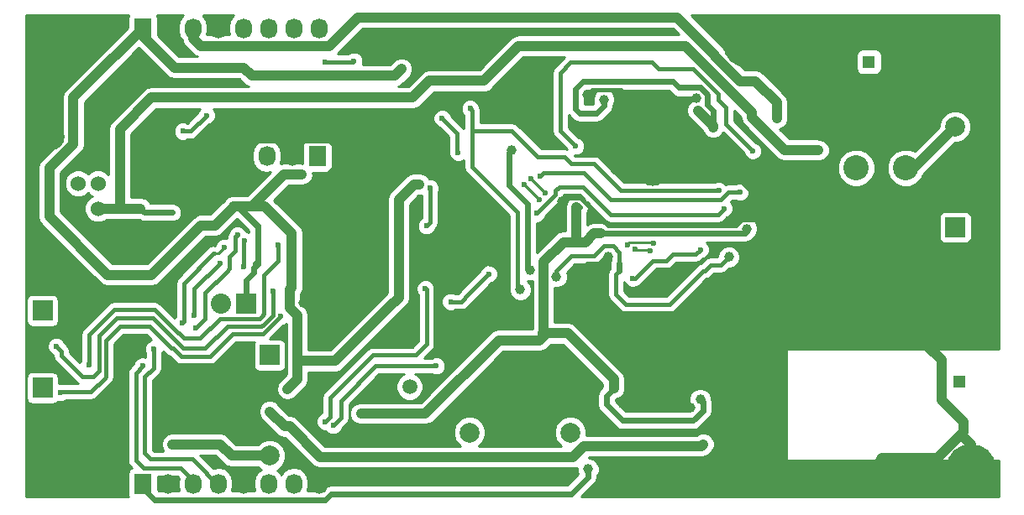
<source format=gbl>
G04 #@! TF.FileFunction,Copper,L2,Bot,Signal*
%FSLAX46Y46*%
G04 Gerber Fmt 4.6, Leading zero omitted, Abs format (unit mm)*
G04 Created by KiCad (PCBNEW 4.0.0-stable) date 2/11/2016 12:20:55 PM*
%MOMM*%
G01*
G04 APERTURE LIST*
%ADD10C,0.100000*%
%ADD11C,5.000000*%
%ADD12R,1.300000X1.300000*%
%ADD13C,1.300000*%
%ADD14R,2.000000X2.000000*%
%ADD15C,2.000000*%
%ADD16C,1.998980*%
%ADD17R,1.998980X1.998980*%
%ADD18C,2.540000*%
%ADD19C,1.501140*%
%ADD20R,2.032000X2.032000*%
%ADD21O,2.032000X2.032000*%
%ADD22R,1.727200X2.032000*%
%ADD23O,1.727200X2.032000*%
%ADD24C,1.524000*%
%ADD25C,2.700020*%
%ADD26C,3.000000*%
%ADD27C,1.000000*%
%ADD28C,0.600000*%
%ADD29C,0.600000*%
%ADD30C,0.400000*%
%ADD31C,1.000000*%
%ADD32C,0.250000*%
%ADD33C,0.254000*%
G04 APERTURE END LIST*
D10*
D11*
X73500000Y-3500000D03*
X3500000Y-3500000D03*
X3500000Y-46500000D03*
X73500000Y-46500000D03*
X96000000Y-46500000D03*
X96000000Y-3500000D03*
D12*
X85700000Y-5400000D03*
D13*
X80700000Y-5400000D03*
D12*
X94800000Y-37700000D03*
D13*
X94800000Y-32700000D03*
D14*
X2400000Y-38300000D03*
D15*
X2400000Y-35760000D03*
D14*
X2400000Y-30500000D03*
D15*
X2400000Y-27960000D03*
D16*
X25302540Y-45160000D03*
D17*
X25302540Y-35000000D03*
D16*
X94397460Y-11940000D03*
D17*
X94397460Y-22100000D03*
D18*
X84400640Y-16100000D03*
X89399360Y-16100000D03*
D19*
X39400000Y-38200000D03*
D20*
X22900000Y-29800000D03*
D21*
X20360000Y-29800000D03*
D22*
X12500000Y-2000000D03*
D23*
X15040000Y-2000000D03*
X17580000Y-2000000D03*
X20120000Y-2000000D03*
X22660000Y-2000000D03*
X25200000Y-2000000D03*
X27740000Y-2000000D03*
X30280000Y-2000000D03*
D24*
X8000000Y-17660000D03*
X8000000Y-20200000D03*
X6001020Y-20200000D03*
X6001020Y-17660000D03*
D25*
X3301000Y-12930520D03*
X3301000Y-24929480D03*
D22*
X30100000Y-14900000D03*
D23*
X27560000Y-14900000D03*
X25020000Y-14900000D03*
D26*
X17200000Y-16800000D03*
X63900000Y-16400000D03*
X64000000Y-32400000D03*
D22*
X12500000Y-48000000D03*
D23*
X15040000Y-48000000D03*
X17580000Y-48000000D03*
X20120000Y-48000000D03*
X22660000Y-48000000D03*
X25200000Y-48000000D03*
X27740000Y-48000000D03*
X30280000Y-48000000D03*
D16*
X55600000Y-42800000D03*
X45440000Y-42800000D03*
D27*
X44800000Y-4800000D03*
X41700000Y-5600000D03*
X54800000Y-19500000D03*
X13800000Y-13200000D03*
X86850000Y-45600000D03*
X83200000Y-46700000D03*
X31000000Y-33000000D03*
X28700000Y-29700000D03*
X50150000Y-31150000D03*
D28*
X47650000Y-20950000D03*
X43600000Y-18750000D03*
D27*
X40450000Y-14450000D03*
X50600000Y-10500000D03*
X9350000Y-24300000D03*
X67750000Y-40300000D03*
X60900000Y-39900000D03*
X56050000Y-27100000D03*
X59400000Y-25050000D03*
X57300000Y-8700000D03*
X68350000Y-9100000D03*
X88950000Y-34000000D03*
X71600000Y-25100000D03*
X54200000Y-27100000D03*
X38600000Y-6100000D03*
D28*
X27100000Y-38400000D03*
D27*
X49700000Y-14350000D03*
X51550000Y-26400000D03*
X21650000Y-20000000D03*
D28*
X37350000Y-30150000D03*
X40400000Y-17750000D03*
X28550000Y-16750000D03*
D27*
X57400000Y-46500000D03*
X80600000Y-14300000D03*
X46900000Y-7300000D03*
D28*
X15500000Y-20600000D03*
D27*
X76400000Y-11100000D03*
X25300000Y-40700000D03*
X69000000Y-44000000D03*
X70000000Y-12000000D03*
X34500000Y-40900000D03*
X68700000Y-39450000D03*
X60000000Y-38350000D03*
X73400000Y-22250000D03*
X56200000Y-20100000D03*
X59000000Y-9200000D03*
X68450000Y-10300000D03*
X15500000Y-44000000D03*
D28*
X41000000Y-28300000D03*
X30900000Y-41700000D03*
X42100000Y-36100000D03*
X31700000Y-42100000D03*
X20750000Y-24100000D03*
X12500000Y-36100000D03*
X16500000Y-31750000D03*
X13600000Y-34400000D03*
X22050000Y-22850000D03*
X17850000Y-32250000D03*
X22750000Y-23450000D03*
X22650000Y-26050000D03*
X30850000Y-5400000D03*
X33800000Y-5300000D03*
X42700000Y-11100000D03*
X41100000Y-21950000D03*
X41450000Y-18100000D03*
X44300000Y-14550000D03*
X4200000Y-38800000D03*
X26400000Y-31100000D03*
X3800000Y-34100000D03*
X25600000Y-28550000D03*
X20300000Y-25700000D03*
X17700000Y-31000000D03*
X45500000Y-10100000D03*
X70600000Y-18400000D03*
D27*
X50550000Y-28400000D03*
D28*
X61350000Y-23850000D03*
X64000000Y-23700000D03*
X53050000Y-18650000D03*
X51600000Y-17150000D03*
X63650000Y-24500000D03*
X62100000Y-24300000D03*
X50950000Y-17750000D03*
X52500000Y-19300000D03*
X7100000Y-36000000D03*
X26150000Y-23900000D03*
X16550000Y-12400000D03*
X18950000Y-10800000D03*
X56150000Y-13900000D03*
X74000000Y-14400000D03*
X68700000Y-24350000D03*
X61900000Y-27250000D03*
X52200000Y-20700000D03*
X71100000Y-20200000D03*
X72750000Y-18550000D03*
X52600000Y-16900000D03*
X47400000Y-26800000D03*
X43550000Y-29600000D03*
D29*
X44800000Y-4800000D02*
X44600000Y-4800000D01*
X43800000Y-5600000D02*
X41700000Y-5600000D01*
X44600000Y-4800000D02*
X43800000Y-5600000D01*
X50600000Y-10500000D02*
X50200000Y-10500000D01*
X48500000Y-8800000D02*
X44800000Y-8800000D01*
X50200000Y-10500000D02*
X48500000Y-8800000D01*
X48850000Y-29850000D02*
X48850000Y-25650000D01*
X48850000Y-25650000D02*
X46050000Y-22850000D01*
D30*
X55200000Y-19100000D02*
X55800000Y-19100000D01*
X54800000Y-19500000D02*
X55200000Y-19100000D01*
D31*
X17200000Y-16800000D02*
X17200000Y-16600000D01*
X17200000Y-16600000D02*
X13800000Y-13200000D01*
X86850000Y-45600000D02*
X87050000Y-45400000D01*
X87050000Y-45400000D02*
X92600000Y-45400000D01*
X83200000Y-46700000D02*
X85800000Y-46700000D01*
D30*
X33500000Y-30500000D02*
X33500000Y-29700000D01*
X31000000Y-33000000D02*
X33500000Y-30500000D01*
X30650000Y-27750000D02*
X30650000Y-27400000D01*
X28700000Y-29700000D02*
X30650000Y-27750000D01*
X30650000Y-27400000D02*
X30650000Y-25350000D01*
X30650000Y-25350000D02*
X33500000Y-22500000D01*
X33500000Y-22500000D02*
X33500000Y-22400000D01*
D29*
X41550000Y-10200000D02*
X40500000Y-11250000D01*
X40450000Y-14450000D02*
X40500000Y-14400000D01*
X40500000Y-14250000D02*
X40500000Y-11250000D01*
X40500000Y-14400000D02*
X40500000Y-14250000D01*
X44800000Y-8800000D02*
X43000000Y-8800000D01*
X43000000Y-8800000D02*
X41600000Y-10200000D01*
X41600000Y-10200000D02*
X41550000Y-10200000D01*
X50150000Y-31150000D02*
X48850000Y-29850000D01*
X59150000Y-29800000D02*
X59150000Y-30050000D01*
X59150000Y-30050000D02*
X59450000Y-30350000D01*
X59125000Y-27525000D02*
X59150000Y-27550000D01*
X61500000Y-32400000D02*
X64000000Y-32400000D01*
X59450000Y-30350000D02*
X61500000Y-32400000D01*
X59150000Y-27550000D02*
X59150000Y-29800000D01*
D31*
X91500000Y-34000000D02*
X88950000Y-34000000D01*
X93000000Y-35500000D02*
X91500000Y-34000000D01*
X93000000Y-39500000D02*
X93000000Y-35500000D01*
X95225000Y-41725000D02*
X93000000Y-39500000D01*
X95225000Y-42775000D02*
X95225000Y-41725000D01*
X95225000Y-42775000D02*
X94975000Y-43025000D01*
X92600000Y-45400000D02*
X95225000Y-42775000D01*
D29*
X46050000Y-22850000D02*
X46050000Y-22550000D01*
X46050000Y-22550000D02*
X47650000Y-20950000D01*
X43600000Y-18750000D02*
X43600000Y-20400000D01*
X43600000Y-20400000D02*
X46050000Y-22850000D01*
X40450000Y-15600000D02*
X40450000Y-14450000D01*
X43600000Y-18750000D02*
X40450000Y-15600000D01*
X38900000Y-16400000D02*
X38900000Y-16000000D01*
D30*
X33500000Y-22400000D02*
X33500000Y-21800000D01*
X33500000Y-21800000D02*
X38900000Y-16400000D01*
D29*
X38900000Y-16000000D02*
X40450000Y-14450000D01*
D30*
X27560000Y-14900000D02*
X27560000Y-14290000D01*
X27560000Y-14290000D02*
X28450000Y-13400000D01*
X33500000Y-15550000D02*
X33500000Y-22400000D01*
X31350000Y-13400000D02*
X33500000Y-15550000D01*
X28450000Y-13400000D02*
X31350000Y-13400000D01*
D29*
X6001020Y-21551020D02*
X6001020Y-20200000D01*
X7250000Y-22800000D02*
X6001020Y-21551020D01*
X7850000Y-22800000D02*
X7250000Y-22800000D01*
X9350000Y-24300000D02*
X7850000Y-22800000D01*
D30*
X33500000Y-29700000D02*
X33500000Y-22400000D01*
D31*
X73500000Y-46500000D02*
X73500000Y-46450000D01*
X73500000Y-46450000D02*
X76450000Y-43500000D01*
X76450000Y-32550000D02*
X75200000Y-31300000D01*
X76450000Y-43500000D02*
X76450000Y-32550000D01*
D29*
X67750000Y-40300000D02*
X65750000Y-40300000D01*
X64000000Y-38550000D02*
X64000000Y-36800000D01*
X65750000Y-40300000D02*
X64000000Y-38550000D01*
D30*
X17200000Y-16800000D02*
X17200000Y-16500000D01*
X17200000Y-16500000D02*
X20300000Y-13400000D01*
X26800000Y-13400000D02*
X27560000Y-14160000D01*
X20300000Y-13400000D02*
X26800000Y-13400000D01*
X27560000Y-14160000D02*
X27560000Y-14900000D01*
X60000000Y-21900000D02*
X59400000Y-21900000D01*
X56600000Y-19100000D02*
X55800000Y-19100000D01*
X59400000Y-21900000D02*
X56600000Y-19100000D01*
X72800000Y-21400000D02*
X72300000Y-21900000D01*
X60200000Y-21900000D02*
X60000000Y-21900000D01*
X70100000Y-21900000D02*
X60200000Y-21900000D01*
X72300000Y-21900000D02*
X70100000Y-21900000D01*
X72900000Y-21300000D02*
X75200000Y-21300000D01*
X72800000Y-21400000D02*
X72900000Y-21300000D01*
D29*
X60900000Y-39900000D02*
X64000000Y-36800000D01*
X64000000Y-36800000D02*
X64000000Y-32400000D01*
X59125000Y-27525000D02*
X59000000Y-27400000D01*
X59000000Y-27400000D02*
X59000000Y-26250000D01*
X59000000Y-26250000D02*
X58600000Y-25850000D01*
X56050000Y-27100000D02*
X57300000Y-25850000D01*
X57300000Y-25850000D02*
X58600000Y-25850000D01*
X58600000Y-25850000D02*
X59400000Y-25050000D01*
D30*
X57300000Y-8700000D02*
X57350000Y-8700000D01*
X63900000Y-11400000D02*
X63900000Y-11750000D01*
X60700000Y-8200000D02*
X63900000Y-11400000D01*
X57850000Y-8200000D02*
X60700000Y-8200000D01*
X57350000Y-8700000D02*
X57850000Y-8200000D01*
X68350000Y-9100000D02*
X66550000Y-9100000D01*
X66550000Y-9100000D02*
X63900000Y-11750000D01*
X63900000Y-11750000D02*
X63900000Y-16400000D01*
D31*
X75200000Y-31600000D02*
X75200000Y-31300000D01*
X75200000Y-31300000D02*
X75200000Y-21300000D01*
X75200000Y-21300000D02*
X75200000Y-20950000D01*
X75200000Y-20950000D02*
X75200000Y-19400000D01*
X75200000Y-19400000D02*
X72200000Y-16400000D01*
X72200000Y-16400000D02*
X72150000Y-16400000D01*
X72150000Y-16400000D02*
X63900000Y-16400000D01*
X75200000Y-31600000D02*
X72000000Y-31600000D01*
X72000000Y-31600000D02*
X71200000Y-32400000D01*
X71200000Y-32400000D02*
X64000000Y-32400000D01*
X88950000Y-34000000D02*
X88950000Y-33300000D01*
X88950000Y-33300000D02*
X87250000Y-31600000D01*
X87250000Y-31600000D02*
X75200000Y-31600000D01*
X96000000Y-46500000D02*
X96000000Y-44050000D01*
X96000000Y-44050000D02*
X94975000Y-43025000D01*
X90250000Y-32700000D02*
X94800000Y-32700000D01*
X88950000Y-34000000D02*
X90250000Y-32700000D01*
X3100000Y-18600000D02*
X3100000Y-16100000D01*
X5500000Y-9000000D02*
X6800000Y-7700000D01*
X5500000Y-13700000D02*
X5500000Y-9000000D01*
X3100000Y-16100000D02*
X5500000Y-13700000D01*
X6800000Y-7700000D02*
X12500000Y-2000000D01*
D30*
X55700000Y-25000000D02*
X56650000Y-25000000D01*
X68950000Y-26500000D02*
X69150000Y-26500000D01*
X65600000Y-29850000D02*
X68950000Y-26500000D01*
X61200000Y-29850000D02*
X65600000Y-29850000D01*
X60200000Y-28850000D02*
X61200000Y-29850000D01*
X60200000Y-26850000D02*
X60200000Y-28850000D01*
X60550000Y-26500000D02*
X60200000Y-26850000D01*
X56650000Y-25000000D02*
X58000000Y-25000000D01*
X58000000Y-25000000D02*
X59000000Y-24000000D01*
X59000000Y-24000000D02*
X59950000Y-24000000D01*
X59950000Y-24000000D02*
X60550000Y-24600000D01*
X60550000Y-24600000D02*
X60550000Y-25700000D01*
D29*
X60550000Y-25700000D02*
X60550000Y-26500000D01*
D30*
X71600000Y-25100000D02*
X70800000Y-25900000D01*
X70800000Y-25900000D02*
X69750000Y-25900000D01*
X69750000Y-25900000D02*
X69150000Y-26500000D01*
X54200000Y-27100000D02*
X54200000Y-26500000D01*
X54200000Y-26500000D02*
X55700000Y-25000000D01*
D31*
X18600000Y-6000000D02*
X22700000Y-6000000D01*
X15700000Y-6000000D02*
X18600000Y-6000000D01*
X12500000Y-2800000D02*
X15700000Y-6000000D01*
X37900000Y-6800000D02*
X38600000Y-6100000D01*
X23500000Y-6800000D02*
X37900000Y-6800000D01*
X22700000Y-6000000D02*
X23500000Y-6800000D01*
X12500000Y-2000000D02*
X12500000Y-2800000D01*
X37350000Y-30150000D02*
X38300000Y-29200000D01*
X39850000Y-17750000D02*
X40400000Y-17750000D01*
X38300000Y-19300000D02*
X39850000Y-17750000D01*
X38300000Y-29200000D02*
X38300000Y-19300000D01*
X28100000Y-35600000D02*
X31900000Y-35600000D01*
X31900000Y-35600000D02*
X37350000Y-30150000D01*
X23500000Y-20000000D02*
X24800000Y-20000000D01*
X28100000Y-31000000D02*
X28100000Y-35600000D01*
X28100000Y-35600000D02*
X28100000Y-37400000D01*
X27300000Y-30200000D02*
X28100000Y-31000000D01*
X27300000Y-28400000D02*
X27300000Y-30200000D01*
X27525000Y-28175000D02*
X27300000Y-28400000D01*
X27525000Y-22725000D02*
X27525000Y-28175000D01*
X24800000Y-20000000D02*
X27525000Y-22725000D01*
X28100000Y-37400000D02*
X27100000Y-38400000D01*
X21650000Y-20000000D02*
X23500000Y-20000000D01*
X26750000Y-16750000D02*
X28550000Y-16750000D01*
X23500000Y-20000000D02*
X26750000Y-16750000D01*
X21650000Y-20000000D02*
X21650000Y-20050000D01*
X3100000Y-21000000D02*
X3100000Y-18600000D01*
X9000000Y-26900000D02*
X3100000Y-21000000D01*
X13400000Y-26900000D02*
X9000000Y-26900000D01*
X18400000Y-21900000D02*
X13400000Y-26900000D01*
X19800000Y-21900000D02*
X18400000Y-21900000D01*
X21650000Y-20050000D02*
X19800000Y-21900000D01*
D29*
X21650000Y-20000000D02*
X22200000Y-20000000D01*
X23700000Y-26650000D02*
X22900000Y-27450000D01*
X23700000Y-26200000D02*
X23700000Y-26650000D01*
X24100000Y-25800000D02*
X23700000Y-26200000D01*
X24100000Y-21900000D02*
X24100000Y-25800000D01*
X22200000Y-20000000D02*
X24100000Y-21900000D01*
X22900000Y-27450000D02*
X22900000Y-29800000D01*
D30*
X27100000Y-38400000D02*
X28100000Y-37400000D01*
D29*
X51300000Y-25500000D02*
X51300000Y-26150000D01*
X51300000Y-19700000D02*
X51300000Y-25400000D01*
X49450000Y-17850000D02*
X51300000Y-19700000D01*
X49450000Y-14600000D02*
X49450000Y-17850000D01*
X49700000Y-14350000D02*
X49450000Y-14600000D01*
X51300000Y-25400000D02*
X51300000Y-25500000D01*
X51300000Y-26150000D02*
X51550000Y-26400000D01*
D30*
X21650000Y-20000000D02*
X21600000Y-20000000D01*
X28550000Y-16750000D02*
X26800000Y-16750000D01*
X23550000Y-20000000D02*
X21600000Y-20000000D01*
X26800000Y-16750000D02*
X23550000Y-20000000D01*
X22900000Y-29800000D02*
X22900000Y-27450000D01*
X21900000Y-20000000D02*
X21600000Y-20000000D01*
X22900000Y-27450000D02*
X23750000Y-26600000D01*
X23750000Y-26600000D02*
X23750000Y-25750000D01*
X23750000Y-25750000D02*
X24100000Y-25400000D01*
X24100000Y-25400000D02*
X24100000Y-22200000D01*
X24100000Y-22200000D02*
X21900000Y-20000000D01*
D31*
X73900000Y-10500000D02*
X73900000Y-11000000D01*
X77200000Y-14300000D02*
X80600000Y-14300000D01*
X73900000Y-11000000D02*
X77200000Y-14300000D01*
X73900000Y-10500000D02*
X72500000Y-9100000D01*
X15200000Y-9000000D02*
X13400000Y-9000000D01*
X13400000Y-9000000D02*
X10200000Y-12200000D01*
X10100000Y-20200000D02*
X10200000Y-20100000D01*
X10200000Y-20100000D02*
X10200000Y-12200000D01*
X46900000Y-7300000D02*
X41400000Y-7300000D01*
X41400000Y-7300000D02*
X39700000Y-9000000D01*
X39700000Y-9000000D02*
X15200000Y-9000000D01*
D29*
X12500000Y-48000000D02*
X12500000Y-48400000D01*
X12500000Y-48400000D02*
X13700000Y-49600000D01*
X57400000Y-47300000D02*
X57400000Y-46500000D01*
X55700000Y-49000000D02*
X57400000Y-47300000D01*
X31500000Y-49000000D02*
X55700000Y-49000000D01*
X30900000Y-49600000D02*
X31500000Y-49000000D01*
X13700000Y-49600000D02*
X30900000Y-49600000D01*
D31*
X66400000Y-3800000D02*
X67200000Y-3800000D01*
X67200000Y-3800000D02*
X72500000Y-9100000D01*
X46900000Y-7300000D02*
X47500000Y-6700000D01*
X47500000Y-6700000D02*
X50400000Y-3800000D01*
X50400000Y-3800000D02*
X66400000Y-3800000D01*
X8000000Y-20200000D02*
X10100000Y-20200000D01*
X10100000Y-20200000D02*
X10900000Y-20200000D01*
X10900000Y-20200000D02*
X12300000Y-20200000D01*
D29*
X12700000Y-20600000D02*
X12300000Y-20200000D01*
X15500000Y-20600000D02*
X12700000Y-20600000D01*
D31*
X70200000Y-4700000D02*
X66400000Y-900000D01*
X72800000Y-7350000D02*
X74250000Y-7350000D01*
X76400000Y-9500000D02*
X76400000Y-11100000D01*
X74250000Y-7350000D02*
X76400000Y-9500000D01*
X56550000Y-44650000D02*
X55900000Y-45300000D01*
X69000000Y-44000000D02*
X68800000Y-44200000D01*
X68800000Y-44200000D02*
X57000000Y-44200000D01*
X57000000Y-44200000D02*
X56550000Y-44650000D01*
X30400000Y-45300000D02*
X27300000Y-42200000D01*
X27300000Y-42200000D02*
X26800000Y-42200000D01*
X26800000Y-42200000D02*
X25300000Y-40700000D01*
X55900000Y-45300000D02*
X30400000Y-45300000D01*
X72800000Y-7350000D02*
X72750000Y-7350000D01*
X34200000Y-900000D02*
X31300000Y-3800000D01*
X66400000Y-900000D02*
X34200000Y-900000D01*
X70200000Y-4800000D02*
X70200000Y-4700000D01*
X72750000Y-7350000D02*
X70200000Y-4800000D01*
X17580000Y-2000000D02*
X17580000Y-3030000D01*
X18350000Y-3800000D02*
X31300000Y-3800000D01*
X17580000Y-3030000D02*
X18350000Y-3800000D01*
X70000000Y-12000000D02*
X70000000Y-11850000D01*
X70000000Y-11850000D02*
X68450000Y-10300000D01*
X56200000Y-20100000D02*
X56200000Y-23600000D01*
X34500000Y-40900000D02*
X41000000Y-40900000D01*
X52500000Y-33500000D02*
X53200000Y-32800000D01*
X48400000Y-33500000D02*
X52500000Y-33500000D01*
X41000000Y-40900000D02*
X48400000Y-33500000D01*
X60000000Y-38350000D02*
X60000000Y-37450000D01*
X60000000Y-37450000D02*
X55350000Y-32800000D01*
X55350000Y-32800000D02*
X53200000Y-32800000D01*
X53200000Y-32800000D02*
X52800000Y-32800000D01*
X58700000Y-22700000D02*
X58000000Y-22700000D01*
D29*
X58700000Y-22700000D02*
X59150000Y-22700000D01*
D31*
X58000000Y-22700000D02*
X57100000Y-23600000D01*
X57100000Y-23600000D02*
X56200000Y-23600000D01*
X52900000Y-32700000D02*
X52800000Y-32800000D01*
X56200000Y-23600000D02*
X54900000Y-23600000D01*
X54900000Y-23600000D02*
X52900000Y-25600000D01*
X52900000Y-25600000D02*
X52900000Y-32700000D01*
D29*
X56550000Y-20100000D02*
X56200000Y-20100000D01*
X69400000Y-8800000D02*
X69400000Y-8700000D01*
X66500000Y-8000000D02*
X65900000Y-7400000D01*
X68700000Y-8000000D02*
X66500000Y-8000000D01*
X69400000Y-8700000D02*
X68700000Y-8000000D01*
X70000000Y-12000000D02*
X70000000Y-10300000D01*
X69400000Y-9700000D02*
X69400000Y-8800000D01*
X70000000Y-10300000D02*
X69400000Y-9700000D01*
X52800000Y-32800000D02*
X53800000Y-32800000D01*
X53800000Y-32800000D02*
X55350000Y-32800000D01*
X68700000Y-39450000D02*
X68950000Y-39700000D01*
X68950000Y-39700000D02*
X68950000Y-40650000D01*
X68950000Y-40650000D02*
X68000000Y-41600000D01*
X68000000Y-41600000D02*
X60850000Y-41600000D01*
X60850000Y-41600000D02*
X59250000Y-40000000D01*
X59250000Y-40000000D02*
X59250000Y-39100000D01*
X59250000Y-39100000D02*
X60000000Y-38350000D01*
X73400000Y-22250000D02*
X73400000Y-22500000D01*
X73400000Y-22500000D02*
X73200000Y-22700000D01*
X73200000Y-22700000D02*
X59150000Y-22700000D01*
X56200000Y-20100000D02*
X56550000Y-20100000D01*
X65900000Y-7400000D02*
X56850000Y-7400000D01*
X56850000Y-7400000D02*
X56150000Y-8100000D01*
X56150000Y-8100000D02*
X56150000Y-10200000D01*
X56150000Y-10200000D02*
X56550000Y-10600000D01*
X56550000Y-10600000D02*
X58250000Y-10600000D01*
X58250000Y-10600000D02*
X59000000Y-9850000D01*
X59000000Y-9850000D02*
X59000000Y-9200000D01*
D31*
X21460000Y-45160000D02*
X20300000Y-44000000D01*
X15500000Y-44000000D02*
X20300000Y-44000000D01*
X21460000Y-45160000D02*
X25302540Y-45160000D01*
X94397460Y-11940000D02*
X90237460Y-16100000D01*
X90237460Y-16100000D02*
X89399360Y-16100000D01*
D30*
X40000000Y-35000000D02*
X35700000Y-35000000D01*
X41100000Y-33900000D02*
X40000000Y-35000000D01*
X41100000Y-28400000D02*
X41100000Y-33900000D01*
X41000000Y-28300000D02*
X41100000Y-28400000D01*
X30900000Y-41700000D02*
X31400000Y-41200000D01*
X31400000Y-41200000D02*
X31400000Y-39300000D01*
X31400000Y-39300000D02*
X35700000Y-35000000D01*
X31700000Y-42100000D02*
X32500000Y-41300000D01*
X32500000Y-41300000D02*
X32500000Y-39600000D01*
X32500000Y-39600000D02*
X36000000Y-36100000D01*
X36000000Y-36100000D02*
X42100000Y-36100000D01*
X14800000Y-46400000D02*
X12600000Y-46400000D01*
X11800000Y-36800000D02*
X12500000Y-36100000D01*
X11800000Y-45600000D02*
X11800000Y-36800000D01*
X12600000Y-46400000D02*
X11800000Y-45600000D01*
X17580000Y-48000000D02*
X17580000Y-47680000D01*
X17580000Y-47680000D02*
X16300000Y-46400000D01*
X16300000Y-46400000D02*
X14800000Y-46400000D01*
D32*
X20100000Y-24750000D02*
X19700000Y-24750000D01*
X20750000Y-24100000D02*
X20100000Y-24750000D01*
D30*
X19650000Y-24750000D02*
X19700000Y-24750000D01*
X16650000Y-27750000D02*
X19650000Y-24750000D01*
X16650000Y-31600000D02*
X16650000Y-27750000D01*
X16500000Y-31750000D02*
X16650000Y-31600000D01*
X17900000Y-45900000D02*
X17500000Y-45500000D01*
X12700000Y-37200000D02*
X13600000Y-36300000D01*
X12700000Y-44900000D02*
X12700000Y-37200000D01*
X13300000Y-45500000D02*
X12700000Y-44900000D01*
X17500000Y-45500000D02*
X13300000Y-45500000D01*
X20120000Y-48000000D02*
X20000000Y-48000000D01*
X20000000Y-48000000D02*
X17900000Y-45900000D01*
X13600000Y-36300000D02*
X13600000Y-34400000D01*
X21250000Y-26250000D02*
X20950000Y-26550000D01*
X21250000Y-25100000D02*
X21250000Y-26250000D01*
X21850000Y-24500000D02*
X21250000Y-25100000D01*
X21850000Y-23050000D02*
X21850000Y-24500000D01*
X22050000Y-22850000D02*
X21850000Y-23050000D01*
X18800000Y-31300000D02*
X17850000Y-32250000D01*
X18800000Y-28700000D02*
X18800000Y-31300000D01*
X20950000Y-26550000D02*
X18800000Y-28700000D01*
X22650000Y-23550000D02*
X22650000Y-26050000D01*
X22750000Y-23450000D02*
X22650000Y-23550000D01*
X30850000Y-5400000D02*
X33700000Y-5400000D01*
X33700000Y-5400000D02*
X33800000Y-5300000D01*
X43200000Y-11600000D02*
X42700000Y-11100000D01*
X41100000Y-21950000D02*
X41450000Y-21600000D01*
X41450000Y-21600000D02*
X41450000Y-18100000D01*
X44300000Y-14550000D02*
X44200000Y-14450000D01*
X44200000Y-14450000D02*
X44200000Y-12600000D01*
X44200000Y-12600000D02*
X43200000Y-11600000D01*
X4300000Y-38700000D02*
X7300000Y-38700000D01*
X4200000Y-38800000D02*
X4300000Y-38700000D01*
X24650000Y-32850000D02*
X21550000Y-32850000D01*
X19300000Y-35100000D02*
X18700000Y-35100000D01*
X21550000Y-32850000D02*
X19300000Y-35100000D01*
X24650000Y-32850000D02*
X26400000Y-31100000D01*
X8700000Y-37300000D02*
X8800000Y-37200000D01*
X13200000Y-32100000D02*
X15400000Y-34300000D01*
X10200000Y-32100000D02*
X13200000Y-32100000D01*
X8800000Y-33500000D02*
X10200000Y-32100000D01*
X8800000Y-37200000D02*
X8800000Y-33500000D01*
X16700000Y-35100000D02*
X16400000Y-35100000D01*
X15600000Y-34300000D02*
X15400000Y-34300000D01*
X16400000Y-35100000D02*
X15600000Y-34300000D01*
X16700000Y-35100000D02*
X18700000Y-35100000D01*
X8700000Y-37300000D02*
X7300000Y-38700000D01*
X4300000Y-35050000D02*
X4950000Y-35700000D01*
X4300000Y-34600000D02*
X4300000Y-35050000D01*
X3800000Y-34100000D02*
X4300000Y-34600000D01*
X24450000Y-32050000D02*
X21050000Y-32050000D01*
X6450000Y-37200000D02*
X4950000Y-35700000D01*
X7500000Y-37200000D02*
X6450000Y-37200000D01*
X8100000Y-36600000D02*
X7500000Y-37200000D01*
X16600000Y-34300000D02*
X15900000Y-33600000D01*
X8100000Y-33000000D02*
X9900000Y-31200000D01*
X9900000Y-31200000D02*
X13500000Y-31200000D01*
X13500000Y-31200000D02*
X15900000Y-33600000D01*
X8100000Y-36600000D02*
X8100000Y-33000000D01*
X25600000Y-28550000D02*
X25600000Y-31000000D01*
X24700000Y-31900000D02*
X25600000Y-31000000D01*
X24600000Y-32000000D02*
X24700000Y-31900000D01*
X24500000Y-32000000D02*
X24600000Y-32000000D01*
X24450000Y-32050000D02*
X24500000Y-32000000D01*
X21050000Y-32050000D02*
X18800000Y-34300000D01*
X18800000Y-34300000D02*
X16600000Y-34300000D01*
X17700000Y-31000000D02*
X17700000Y-28300000D01*
X17700000Y-28300000D02*
X20300000Y-25700000D01*
X45700000Y-10300000D02*
X45700000Y-12350000D01*
X45500000Y-10100000D02*
X45700000Y-10300000D01*
X51675000Y-14325000D02*
X52350000Y-15000000D01*
X49700000Y-12350000D02*
X51675000Y-14325000D01*
X45700000Y-12350000D02*
X49700000Y-12350000D01*
X55000000Y-15000000D02*
X55700000Y-15700000D01*
X55700000Y-15700000D02*
X58000000Y-15700000D01*
X58000000Y-15700000D02*
X60700000Y-18400000D01*
X60700000Y-18400000D02*
X70600000Y-18400000D01*
X52350000Y-15000000D02*
X55000000Y-15000000D01*
X50550000Y-28400000D02*
X50250000Y-28100000D01*
X50250000Y-28100000D02*
X50250000Y-20550000D01*
X50250000Y-20550000D02*
X45700000Y-16000000D01*
X45700000Y-16000000D02*
X45700000Y-12350000D01*
D32*
X61550000Y-23650000D02*
X61350000Y-23850000D01*
X63950000Y-23650000D02*
X61550000Y-23650000D01*
X64000000Y-23700000D02*
X63950000Y-23650000D01*
X53050000Y-18650000D02*
X51600000Y-17200000D01*
X51600000Y-17200000D02*
X51600000Y-17150000D01*
X63650000Y-24500000D02*
X63500000Y-24350000D01*
X63500000Y-24350000D02*
X62150000Y-24350000D01*
X62150000Y-24350000D02*
X62100000Y-24300000D01*
X52500000Y-19300000D02*
X50950000Y-17750000D01*
D30*
X26150000Y-23900000D02*
X26150000Y-25500000D01*
X24750000Y-30800000D02*
X24500000Y-31050000D01*
X24750000Y-26900000D02*
X24750000Y-30800000D01*
X26150000Y-25500000D02*
X24750000Y-26900000D01*
X7100000Y-36000000D02*
X7100000Y-32900000D01*
X24250000Y-31300000D02*
X24500000Y-31050000D01*
X20300000Y-31300000D02*
X24250000Y-31300000D01*
X18300000Y-33300000D02*
X20300000Y-31300000D01*
X16650000Y-33300000D02*
X18300000Y-33300000D01*
X16150000Y-32800000D02*
X16650000Y-33300000D01*
X16100000Y-32800000D02*
X16150000Y-32800000D01*
X7100000Y-32900000D02*
X9600000Y-30400000D01*
X9600000Y-30400000D02*
X13700000Y-30400000D01*
X13700000Y-30400000D02*
X16100000Y-32800000D01*
X17350000Y-12400000D02*
X16550000Y-12400000D01*
X18950000Y-10800000D02*
X17350000Y-12400000D01*
X71300000Y-10100000D02*
X71300000Y-11700000D01*
X63300000Y-5450000D02*
X55650000Y-5450000D01*
X55650000Y-5450000D02*
X54600000Y-6500000D01*
X54600000Y-6500000D02*
X54600000Y-12350000D01*
X54600000Y-12350000D02*
X56150000Y-13900000D01*
X63850000Y-5450000D02*
X64500000Y-6100000D01*
X64500000Y-6100000D02*
X68000000Y-6100000D01*
X68000000Y-6100000D02*
X70500000Y-8600000D01*
X70500000Y-8600000D02*
X70500000Y-9200000D01*
X70500000Y-9200000D02*
X71300000Y-10000000D01*
X71300000Y-10000000D02*
X71300000Y-10100000D01*
X63300000Y-5450000D02*
X63850000Y-5450000D01*
X71300000Y-11700000D02*
X74000000Y-14400000D01*
X68250000Y-24800000D02*
X68150000Y-24800000D01*
X68700000Y-24350000D02*
X68250000Y-24800000D01*
X61900000Y-27250000D02*
X62150000Y-27250000D01*
X62150000Y-27250000D02*
X63950000Y-25450000D01*
X63950000Y-25450000D02*
X65250000Y-25450000D01*
X65250000Y-25450000D02*
X65900000Y-24800000D01*
X65900000Y-24800000D02*
X68150000Y-24800000D01*
X54100000Y-18400000D02*
X54500000Y-18000000D01*
X54500000Y-18000000D02*
X56900000Y-18000000D01*
X53900000Y-19000000D02*
X54100000Y-18800000D01*
X70500000Y-20800000D02*
X71100000Y-20200000D01*
X59700000Y-20800000D02*
X70500000Y-20800000D01*
X56900000Y-18000000D02*
X59700000Y-20800000D01*
X54100000Y-18800000D02*
X54100000Y-18400000D01*
X52200000Y-20700000D02*
X53900000Y-19000000D01*
X52600000Y-16900000D02*
X52900000Y-16600000D01*
X59700000Y-19300000D02*
X70800000Y-19300000D01*
X57000000Y-16600000D02*
X59700000Y-19300000D01*
X52900000Y-16600000D02*
X57000000Y-16600000D01*
X71550000Y-18550000D02*
X70800000Y-19300000D01*
X72750000Y-18550000D02*
X71550000Y-18550000D01*
X47400000Y-26800000D02*
X47350000Y-26850000D01*
X46150000Y-28050000D02*
X47350000Y-26850000D01*
X47350000Y-26850000D02*
X47400000Y-26800000D01*
X44600000Y-29600000D02*
X45400000Y-28800000D01*
X43550000Y-29600000D02*
X44600000Y-29600000D01*
X46150000Y-28050000D02*
X45400000Y-28800000D01*
D33*
G36*
X98790000Y-34373000D02*
X77500000Y-34373000D01*
X77450590Y-34383006D01*
X77408965Y-34411447D01*
X77381685Y-34453841D01*
X77373000Y-34500000D01*
X77373000Y-45500000D01*
X77383006Y-45549410D01*
X77411447Y-45591035D01*
X77453841Y-45618315D01*
X77500000Y-45627000D01*
X98790000Y-45627000D01*
X98790000Y-49290000D01*
X56732290Y-49290000D01*
X58061145Y-47961145D01*
X58263827Y-47657809D01*
X58335000Y-47300000D01*
X58335000Y-47170364D01*
X58361645Y-47143765D01*
X58534803Y-46726756D01*
X58535197Y-46275225D01*
X58362767Y-45857914D01*
X58043765Y-45538355D01*
X57626756Y-45365197D01*
X57440098Y-45365034D01*
X57470132Y-45335000D01*
X68800000Y-45335000D01*
X69234346Y-45248603D01*
X69602566Y-45002566D01*
X69802152Y-44802980D01*
X69961645Y-44643765D01*
X70134803Y-44226756D01*
X70135197Y-43775225D01*
X69962767Y-43357914D01*
X69643765Y-43038355D01*
X69226756Y-42865197D01*
X68775225Y-42864803D01*
X68357914Y-43037233D01*
X68330099Y-43065000D01*
X57234260Y-43065000D01*
X57234774Y-42476306D01*
X56986462Y-41875345D01*
X56527073Y-41415154D01*
X55926547Y-41165794D01*
X55276306Y-41165226D01*
X54675345Y-41413538D01*
X54215154Y-41872927D01*
X53965794Y-42473453D01*
X53965226Y-43123694D01*
X54213538Y-43724655D01*
X54653116Y-44165000D01*
X46386154Y-44165000D01*
X46824846Y-43727073D01*
X47074206Y-43126547D01*
X47074774Y-42476306D01*
X46826462Y-41875345D01*
X46367073Y-41415154D01*
X45766547Y-41165794D01*
X45116306Y-41165226D01*
X44515345Y-41413538D01*
X44055154Y-41872927D01*
X43805794Y-42473453D01*
X43805226Y-43123694D01*
X44053538Y-43724655D01*
X44493116Y-44165000D01*
X30870132Y-44165000D01*
X28590299Y-41885167D01*
X29964838Y-41885167D01*
X30106883Y-42228943D01*
X30369673Y-42492192D01*
X30713201Y-42634838D01*
X30912941Y-42635012D01*
X31169673Y-42892192D01*
X31513201Y-43034838D01*
X31885167Y-43035162D01*
X32228943Y-42893117D01*
X32492192Y-42630327D01*
X32592778Y-42388090D01*
X33090434Y-41890434D01*
X33102132Y-41872927D01*
X33271439Y-41619541D01*
X33335000Y-41300000D01*
X33335000Y-39945868D01*
X36345868Y-36935000D01*
X38833220Y-36935000D01*
X38616163Y-37024686D01*
X38226056Y-37414113D01*
X38014671Y-37923184D01*
X38014190Y-38474398D01*
X38224686Y-38983837D01*
X38614113Y-39373944D01*
X39123184Y-39585329D01*
X39674398Y-39585810D01*
X40183837Y-39375314D01*
X40573944Y-38985887D01*
X40785329Y-38476816D01*
X40785810Y-37925602D01*
X40575314Y-37416163D01*
X40185887Y-37026056D01*
X39966600Y-36935000D01*
X41672766Y-36935000D01*
X41913201Y-37034838D01*
X42285167Y-37035162D01*
X42628943Y-36893117D01*
X42892192Y-36630327D01*
X43034838Y-36286799D01*
X43035162Y-35914833D01*
X42893117Y-35571057D01*
X42630327Y-35307808D01*
X42286799Y-35165162D01*
X41914833Y-35164838D01*
X41672422Y-35265000D01*
X40915868Y-35265000D01*
X41690434Y-34490434D01*
X41769943Y-34371440D01*
X41871439Y-34219541D01*
X41935000Y-33900000D01*
X41935000Y-29785167D01*
X42614838Y-29785167D01*
X42756883Y-30128943D01*
X43019673Y-30392192D01*
X43363201Y-30534838D01*
X43735167Y-30535162D01*
X43977578Y-30435000D01*
X44600000Y-30435000D01*
X44919541Y-30371439D01*
X45190434Y-30190434D01*
X47688333Y-27692535D01*
X47928943Y-27593117D01*
X48192192Y-27330327D01*
X48334838Y-26986799D01*
X48335162Y-26614833D01*
X48193117Y-26271057D01*
X47930327Y-26007808D01*
X47586799Y-25865162D01*
X47214833Y-25864838D01*
X46871057Y-26006883D01*
X46607808Y-26269673D01*
X46507222Y-26511910D01*
X44254132Y-28765000D01*
X43977234Y-28765000D01*
X43736799Y-28665162D01*
X43364833Y-28664838D01*
X43021057Y-28806883D01*
X42757808Y-29069673D01*
X42615162Y-29413201D01*
X42614838Y-29785167D01*
X41935000Y-29785167D01*
X41935000Y-28400000D01*
X41934914Y-28399568D01*
X41935162Y-28114833D01*
X41793117Y-27771057D01*
X41530327Y-27507808D01*
X41186799Y-27365162D01*
X40814833Y-27364838D01*
X40471057Y-27506883D01*
X40207808Y-27769673D01*
X40065162Y-28113201D01*
X40064838Y-28485167D01*
X40206883Y-28828943D01*
X40265000Y-28887162D01*
X40265000Y-33554132D01*
X39654132Y-34165000D01*
X35700000Y-34165000D01*
X35380459Y-34228561D01*
X35221162Y-34335000D01*
X35109566Y-34409566D01*
X30809566Y-38709566D01*
X30628561Y-38980459D01*
X30565000Y-39300000D01*
X30565000Y-40826748D01*
X30371057Y-40906883D01*
X30107808Y-41169673D01*
X29965162Y-41513201D01*
X29964838Y-41885167D01*
X28590299Y-41885167D01*
X28102566Y-41397434D01*
X28008148Y-41334346D01*
X27734346Y-41151397D01*
X27300000Y-41065000D01*
X27270132Y-41065000D01*
X26102980Y-39897848D01*
X25943765Y-39738355D01*
X25526756Y-39565197D01*
X25075225Y-39564803D01*
X24657914Y-39737233D01*
X24338355Y-40056235D01*
X24165197Y-40473244D01*
X24164803Y-40924775D01*
X24337233Y-41342086D01*
X24656235Y-41661645D01*
X24656710Y-41661842D01*
X25997434Y-43002566D01*
X26365654Y-43248603D01*
X26800000Y-43335000D01*
X26829868Y-43335000D01*
X29597434Y-46102566D01*
X29965654Y-46348603D01*
X30400000Y-46435000D01*
X55900000Y-46435000D01*
X56265119Y-46362373D01*
X56264803Y-46724775D01*
X56378286Y-46999424D01*
X55312710Y-48065000D01*
X31500000Y-48065000D01*
X31142191Y-48136173D01*
X30838855Y-48338855D01*
X30512710Y-48665000D01*
X29143071Y-48665000D01*
X29238600Y-48184745D01*
X29238600Y-47815255D01*
X29124526Y-47241766D01*
X28799670Y-46755585D01*
X28313489Y-46430729D01*
X27740000Y-46316655D01*
X27166511Y-46430729D01*
X26680330Y-46755585D01*
X26470000Y-47070366D01*
X26259670Y-46755585D01*
X26053874Y-46618077D01*
X26227195Y-46546462D01*
X26687386Y-46087073D01*
X26936746Y-45486547D01*
X26937314Y-44836306D01*
X26689002Y-44235345D01*
X26229613Y-43775154D01*
X25629087Y-43525794D01*
X24978846Y-43525226D01*
X24377885Y-43773538D01*
X24125984Y-44025000D01*
X21930132Y-44025000D01*
X21102566Y-43197434D01*
X20992206Y-43123694D01*
X20734346Y-42951397D01*
X20300000Y-42865000D01*
X15500990Y-42865000D01*
X15275225Y-42864803D01*
X14857914Y-43037233D01*
X14538355Y-43356235D01*
X14365197Y-43773244D01*
X14364803Y-44224775D01*
X14537233Y-44642086D01*
X14560107Y-44665000D01*
X13645868Y-44665000D01*
X13535000Y-44554132D01*
X13535000Y-37545868D01*
X14190434Y-36890434D01*
X14241057Y-36814671D01*
X14371439Y-36619541D01*
X14435000Y-36300000D01*
X14435000Y-34827234D01*
X14526357Y-34607225D01*
X14809566Y-34890434D01*
X15080459Y-35071439D01*
X15217912Y-35098780D01*
X15809566Y-35690434D01*
X16080459Y-35871439D01*
X16400000Y-35935000D01*
X19300000Y-35935000D01*
X19619541Y-35871439D01*
X19890434Y-35690434D01*
X21895869Y-33685000D01*
X23750089Y-33685000D01*
X23706619Y-33748620D01*
X23655610Y-34000510D01*
X23655610Y-35999490D01*
X23699888Y-36234807D01*
X23838960Y-36450931D01*
X24051160Y-36595921D01*
X24303050Y-36646930D01*
X26302030Y-36646930D01*
X26537347Y-36602652D01*
X26753471Y-36463580D01*
X26898461Y-36251380D01*
X26949470Y-35999490D01*
X26949470Y-34000510D01*
X26905192Y-33765193D01*
X26766120Y-33549069D01*
X26553920Y-33404079D01*
X26302030Y-33353070D01*
X25327798Y-33353070D01*
X26688333Y-31992535D01*
X26928943Y-31893117D01*
X26965000Y-31857123D01*
X26965000Y-36929867D01*
X26297434Y-37597434D01*
X26051397Y-37965655D01*
X25965000Y-38400000D01*
X26051397Y-38834345D01*
X26297434Y-39202566D01*
X26665655Y-39448603D01*
X27100000Y-39535000D01*
X27534345Y-39448603D01*
X27902566Y-39202566D01*
X28902567Y-38202566D01*
X29148604Y-37834345D01*
X29235000Y-37400000D01*
X29235000Y-36735000D01*
X31900000Y-36735000D01*
X32334346Y-36648603D01*
X32702566Y-36402566D01*
X39102566Y-30002566D01*
X39136756Y-29951397D01*
X39348603Y-29634346D01*
X39435000Y-29200000D01*
X39435000Y-19770132D01*
X40320132Y-18885000D01*
X40400000Y-18885000D01*
X40615000Y-18842234D01*
X40615000Y-21138726D01*
X40571057Y-21156883D01*
X40307808Y-21419673D01*
X40165162Y-21763201D01*
X40164838Y-22135167D01*
X40306883Y-22478943D01*
X40569673Y-22742192D01*
X40913201Y-22884838D01*
X41285167Y-22885162D01*
X41628943Y-22743117D01*
X41892192Y-22480327D01*
X41992778Y-22238090D01*
X42040434Y-22190434D01*
X42221440Y-21919540D01*
X42285000Y-21600000D01*
X42285000Y-18527234D01*
X42384838Y-18286799D01*
X42385162Y-17914833D01*
X42243117Y-17571057D01*
X41980327Y-17307808D01*
X41636799Y-17165162D01*
X41347879Y-17164910D01*
X41202566Y-16947434D01*
X40834346Y-16701397D01*
X40400000Y-16615000D01*
X39850000Y-16615000D01*
X39415654Y-16701397D01*
X39179544Y-16859161D01*
X39047434Y-16947434D01*
X37497434Y-18497434D01*
X37251397Y-18865654D01*
X37165000Y-19300000D01*
X37165000Y-28729868D01*
X31429868Y-34465000D01*
X29235000Y-34465000D01*
X29235000Y-31000000D01*
X29148603Y-30565654D01*
X28902566Y-30197434D01*
X28435000Y-29729868D01*
X28435000Y-28816780D01*
X28573603Y-28609346D01*
X28660000Y-28175000D01*
X28660000Y-22725000D01*
X28573603Y-22290654D01*
X28327566Y-21922434D01*
X25755132Y-19350000D01*
X27220132Y-17885000D01*
X28550000Y-17885000D01*
X28984346Y-17798603D01*
X29352566Y-17552566D01*
X29598603Y-17184346D01*
X29685000Y-16750000D01*
X29647891Y-16563440D01*
X30963600Y-16563440D01*
X31198917Y-16519162D01*
X31415041Y-16380090D01*
X31560031Y-16167890D01*
X31611040Y-15916000D01*
X31611040Y-13884000D01*
X31566762Y-13648683D01*
X31427690Y-13432559D01*
X31215490Y-13287569D01*
X30963600Y-13236560D01*
X29236400Y-13236560D01*
X29001083Y-13280838D01*
X28784959Y-13419910D01*
X28639969Y-13632110D01*
X28588960Y-13884000D01*
X28588960Y-15622750D01*
X28550000Y-15615000D01*
X26750000Y-15615000D01*
X26384887Y-15687626D01*
X26404526Y-15658234D01*
X26518600Y-15084745D01*
X26518600Y-14715255D01*
X26404526Y-14141766D01*
X26079670Y-13655585D01*
X25593489Y-13330729D01*
X25020000Y-13216655D01*
X24446511Y-13330729D01*
X23960330Y-13655585D01*
X23635474Y-14141766D01*
X23521400Y-14715255D01*
X23521400Y-15084745D01*
X23635474Y-15658234D01*
X23960330Y-16144415D01*
X24446511Y-16469271D01*
X25020000Y-16583345D01*
X25383909Y-16510959D01*
X23029868Y-18865000D01*
X21650990Y-18865000D01*
X21425225Y-18864803D01*
X21007914Y-19037233D01*
X20688355Y-19356235D01*
X20652653Y-19442215D01*
X19329868Y-20765000D01*
X18400000Y-20765000D01*
X17965654Y-20851397D01*
X17670515Y-21048603D01*
X17597434Y-21097434D01*
X12929868Y-25765000D01*
X9470132Y-25765000D01*
X4235000Y-20529868D01*
X4235000Y-16570132D01*
X6302567Y-14502566D01*
X6548604Y-14134345D01*
X6635000Y-13700000D01*
X6635000Y-9470132D01*
X12100000Y-4005132D01*
X14897434Y-6802566D01*
X15265654Y-7048603D01*
X15700000Y-7135000D01*
X22229868Y-7135000D01*
X22697434Y-7602566D01*
X23065654Y-7848603D01*
X23148087Y-7865000D01*
X13400000Y-7865000D01*
X13004023Y-7943765D01*
X12965654Y-7951397D01*
X12597434Y-8197434D01*
X9397434Y-11397434D01*
X9151397Y-11765654D01*
X9065000Y-12200000D01*
X9065000Y-16749477D01*
X8792370Y-16476371D01*
X8279100Y-16263243D01*
X7723339Y-16262758D01*
X7209697Y-16474990D01*
X7000490Y-16683832D01*
X6793390Y-16476371D01*
X6280120Y-16263243D01*
X5724359Y-16262758D01*
X5210717Y-16474990D01*
X4817391Y-16867630D01*
X4604263Y-17380900D01*
X4603778Y-17936661D01*
X4816010Y-18450303D01*
X5208650Y-18843629D01*
X5721920Y-19056757D01*
X6277681Y-19057242D01*
X6791323Y-18845010D01*
X7000530Y-18636168D01*
X7207630Y-18843629D01*
X7415512Y-18929949D01*
X7209697Y-19014990D01*
X6816371Y-19407630D01*
X6603243Y-19920900D01*
X6602758Y-20476661D01*
X6814990Y-20990303D01*
X7207630Y-21383629D01*
X7720900Y-21596757D01*
X8276661Y-21597242D01*
X8790303Y-21385010D01*
X8840400Y-21335000D01*
X12149387Y-21335000D01*
X12342191Y-21463827D01*
X12700000Y-21535000D01*
X15499184Y-21535000D01*
X15685167Y-21535162D01*
X16028943Y-21393117D01*
X16292192Y-21130327D01*
X16434838Y-20786799D01*
X16435162Y-20414833D01*
X16293117Y-20071057D01*
X16030327Y-19807808D01*
X15686799Y-19665162D01*
X15314833Y-19664838D01*
X15314441Y-19665000D01*
X13281348Y-19665000D01*
X13102566Y-19397434D01*
X12734346Y-19151397D01*
X12300000Y-19065000D01*
X11335000Y-19065000D01*
X11335000Y-12670132D01*
X13870132Y-10135000D01*
X18292716Y-10135000D01*
X18157808Y-10269673D01*
X18057222Y-10511910D01*
X17004132Y-11565000D01*
X16977234Y-11565000D01*
X16736799Y-11465162D01*
X16364833Y-11464838D01*
X16021057Y-11606883D01*
X15757808Y-11869673D01*
X15615162Y-12213201D01*
X15614838Y-12585167D01*
X15756883Y-12928943D01*
X16019673Y-13192192D01*
X16363201Y-13334838D01*
X16735167Y-13335162D01*
X16977578Y-13235000D01*
X17350000Y-13235000D01*
X17669541Y-13171439D01*
X17940434Y-12990434D01*
X19238333Y-11692535D01*
X19478943Y-11593117D01*
X19742192Y-11330327D01*
X19884838Y-10986799D01*
X19885162Y-10614833D01*
X19743117Y-10271057D01*
X19607297Y-10135000D01*
X39700000Y-10135000D01*
X40134346Y-10048603D01*
X40502566Y-9802566D01*
X41870132Y-8435000D01*
X46899009Y-8435000D01*
X47124775Y-8435197D01*
X47542086Y-8262767D01*
X47861645Y-7943765D01*
X47861842Y-7943290D01*
X50870132Y-4935000D01*
X54984132Y-4935000D01*
X54009566Y-5909566D01*
X53828561Y-6180459D01*
X53765000Y-6500000D01*
X53765000Y-12350000D01*
X53828561Y-12669541D01*
X53995605Y-12919540D01*
X54009566Y-12940434D01*
X55257465Y-14188333D01*
X55270017Y-14218710D01*
X55000000Y-14165000D01*
X52695868Y-14165000D01*
X50290434Y-11759566D01*
X50201287Y-11700000D01*
X50019541Y-11578561D01*
X49700000Y-11515000D01*
X46535000Y-11515000D01*
X46535000Y-10300000D01*
X46522071Y-10235000D01*
X46471440Y-9980460D01*
X46435152Y-9926152D01*
X46435162Y-9914833D01*
X46293117Y-9571057D01*
X46030327Y-9307808D01*
X45686799Y-9165162D01*
X45314833Y-9164838D01*
X44971057Y-9306883D01*
X44707808Y-9569673D01*
X44565162Y-9913201D01*
X44564838Y-10285167D01*
X44706883Y-10628943D01*
X44865000Y-10787336D01*
X44865000Y-12121162D01*
X44790434Y-12009566D01*
X43592535Y-10811667D01*
X43493117Y-10571057D01*
X43230327Y-10307808D01*
X42886799Y-10165162D01*
X42514833Y-10164838D01*
X42171057Y-10306883D01*
X41907808Y-10569673D01*
X41765162Y-10913201D01*
X41764838Y-11285167D01*
X41906883Y-11628943D01*
X42169673Y-11892192D01*
X42411910Y-11992778D01*
X43365000Y-12945868D01*
X43365000Y-14450000D01*
X43365086Y-14450432D01*
X43364838Y-14735167D01*
X43506883Y-15078943D01*
X43769673Y-15342192D01*
X44113201Y-15484838D01*
X44485167Y-15485162D01*
X44828943Y-15343117D01*
X44865000Y-15307123D01*
X44865000Y-16000000D01*
X44928561Y-16319541D01*
X45091529Y-16563440D01*
X45109566Y-16590434D01*
X49415000Y-20895868D01*
X49415000Y-28100000D01*
X49424914Y-28149842D01*
X49415197Y-28173244D01*
X49414803Y-28624775D01*
X49587233Y-29042086D01*
X49906235Y-29361645D01*
X50323244Y-29534803D01*
X50774775Y-29535197D01*
X51192086Y-29362767D01*
X51511645Y-29043765D01*
X51684803Y-28626756D01*
X51685197Y-28175225D01*
X51512767Y-27757914D01*
X51266540Y-27511258D01*
X51323244Y-27534803D01*
X51765000Y-27535188D01*
X51765000Y-32345296D01*
X51751834Y-32365000D01*
X48400000Y-32365000D01*
X48011936Y-32442191D01*
X47965654Y-32451397D01*
X47597434Y-32697434D01*
X40529868Y-39765000D01*
X34500990Y-39765000D01*
X34275225Y-39764803D01*
X33857914Y-39937233D01*
X33538355Y-40256235D01*
X33365197Y-40673244D01*
X33364803Y-41124775D01*
X33537233Y-41542086D01*
X33856235Y-41861645D01*
X34273244Y-42034803D01*
X34724775Y-42035197D01*
X34725252Y-42035000D01*
X41000000Y-42035000D01*
X41434346Y-41948603D01*
X41802566Y-41702566D01*
X48870132Y-34635000D01*
X52500000Y-34635000D01*
X52934346Y-34548603D01*
X53302566Y-34302566D01*
X53670133Y-33935000D01*
X54879868Y-33935000D01*
X58865000Y-37920132D01*
X58865000Y-38162710D01*
X58588855Y-38438855D01*
X58386173Y-38742191D01*
X58315000Y-39100000D01*
X58315000Y-40000000D01*
X58386173Y-40357809D01*
X58588855Y-40661145D01*
X60188855Y-42261145D01*
X60492191Y-42463827D01*
X60850000Y-42535000D01*
X68000000Y-42535000D01*
X68357809Y-42463827D01*
X68661145Y-42261145D01*
X69611145Y-41311145D01*
X69813827Y-41007809D01*
X69885000Y-40650000D01*
X69885000Y-39700000D01*
X69835002Y-39448645D01*
X69835197Y-39225225D01*
X69662767Y-38807914D01*
X69343765Y-38488355D01*
X68926756Y-38315197D01*
X68475225Y-38314803D01*
X68057914Y-38487233D01*
X67738355Y-38806235D01*
X67565197Y-39223244D01*
X67564803Y-39674775D01*
X67737233Y-40092086D01*
X67961233Y-40316477D01*
X67612710Y-40665000D01*
X61237290Y-40665000D01*
X60185000Y-39612710D01*
X60185000Y-39487290D01*
X60187126Y-39485164D01*
X60224775Y-39485197D01*
X60642086Y-39312767D01*
X60961645Y-38993765D01*
X61134803Y-38576756D01*
X61135197Y-38125225D01*
X61135000Y-38124748D01*
X61135000Y-37450000D01*
X61048603Y-37015654D01*
X60802566Y-36647434D01*
X56152566Y-31997434D01*
X56102663Y-31964090D01*
X55784346Y-31751397D01*
X55350000Y-31665000D01*
X54035000Y-31665000D01*
X54035000Y-28234857D01*
X54424775Y-28235197D01*
X54842086Y-28062767D01*
X55161645Y-27743765D01*
X55334803Y-27326756D01*
X55335197Y-26875225D01*
X55238841Y-26642027D01*
X56045868Y-25835000D01*
X58000000Y-25835000D01*
X58319541Y-25771439D01*
X58590434Y-25590434D01*
X59345868Y-24835000D01*
X59604132Y-24835000D01*
X59715000Y-24945868D01*
X59715000Y-25299048D01*
X59686173Y-25342191D01*
X59615000Y-25700000D01*
X59615000Y-26254132D01*
X59609566Y-26259566D01*
X59428561Y-26530459D01*
X59365000Y-26850000D01*
X59365000Y-28850000D01*
X59428561Y-29169541D01*
X59592460Y-29414833D01*
X59609566Y-29440434D01*
X60609566Y-30440434D01*
X60880460Y-30621440D01*
X61200000Y-30685000D01*
X65600000Y-30685000D01*
X65919541Y-30621439D01*
X66190434Y-30440434D01*
X69332088Y-27298780D01*
X69469541Y-27271439D01*
X69740434Y-27090434D01*
X70095868Y-26735000D01*
X70800000Y-26735000D01*
X71119541Y-26671439D01*
X71390434Y-26490434D01*
X71645827Y-26235041D01*
X71824775Y-26235197D01*
X72242086Y-26062767D01*
X72561645Y-25743765D01*
X72734803Y-25326756D01*
X72735197Y-24875225D01*
X72562767Y-24457914D01*
X72243765Y-24138355D01*
X71826756Y-23965197D01*
X71375225Y-23964803D01*
X70957914Y-24137233D01*
X70638355Y-24456235D01*
X70465197Y-24873244D01*
X70465039Y-25054093D01*
X70454132Y-25065000D01*
X69750000Y-25065000D01*
X69430459Y-25128561D01*
X69233747Y-25260000D01*
X69159566Y-25309566D01*
X68767912Y-25701220D01*
X68630459Y-25728561D01*
X68494298Y-25819541D01*
X68359566Y-25909566D01*
X65254132Y-29015000D01*
X61545868Y-29015000D01*
X61035000Y-28504132D01*
X61035000Y-27604972D01*
X61106883Y-27778943D01*
X61369673Y-28042192D01*
X61713201Y-28184838D01*
X62085167Y-28185162D01*
X62428943Y-28043117D01*
X62445960Y-28026130D01*
X62469541Y-28021439D01*
X62740434Y-27840434D01*
X64295868Y-26285000D01*
X65250000Y-26285000D01*
X65569541Y-26221439D01*
X65840434Y-26040434D01*
X66245868Y-25635000D01*
X68250000Y-25635000D01*
X68569541Y-25571439D01*
X68840434Y-25390434D01*
X68988333Y-25242535D01*
X69228943Y-25143117D01*
X69492192Y-24880327D01*
X69634838Y-24536799D01*
X69635162Y-24164833D01*
X69493117Y-23821057D01*
X69307384Y-23635000D01*
X73200000Y-23635000D01*
X73557809Y-23563827D01*
X73861145Y-23361145D01*
X73986594Y-23235696D01*
X74042086Y-23212767D01*
X74361645Y-22893765D01*
X74534803Y-22476756D01*
X74535197Y-22025225D01*
X74362767Y-21607914D01*
X74043765Y-21288355D01*
X73626756Y-21115197D01*
X73175225Y-21114803D01*
X72757914Y-21287233D01*
X72438355Y-21606235D01*
X72372430Y-21765000D01*
X59304365Y-21765000D01*
X59134346Y-21651397D01*
X58700000Y-21565000D01*
X58000000Y-21565000D01*
X57565654Y-21651397D01*
X57335000Y-21805515D01*
X57335000Y-20575782D01*
X57413827Y-20457809D01*
X57485000Y-20100000D01*
X57413827Y-19742191D01*
X57318187Y-19599055D01*
X59109566Y-21390434D01*
X59380459Y-21571439D01*
X59700000Y-21635000D01*
X70500000Y-21635000D01*
X70819541Y-21571439D01*
X71090434Y-21390434D01*
X71380358Y-21100510D01*
X92750530Y-21100510D01*
X92750530Y-23099490D01*
X92794808Y-23334807D01*
X92933880Y-23550931D01*
X93146080Y-23695921D01*
X93397970Y-23746930D01*
X95396950Y-23746930D01*
X95632267Y-23702652D01*
X95848391Y-23563580D01*
X95993381Y-23351380D01*
X96044390Y-23099490D01*
X96044390Y-21100510D01*
X96000112Y-20865193D01*
X95861040Y-20649069D01*
X95648840Y-20504079D01*
X95396950Y-20453070D01*
X93397970Y-20453070D01*
X93162653Y-20497348D01*
X92946529Y-20636420D01*
X92801539Y-20848620D01*
X92750530Y-21100510D01*
X71380358Y-21100510D01*
X71388333Y-21092535D01*
X71628943Y-20993117D01*
X71892192Y-20730327D01*
X72034838Y-20386799D01*
X72035162Y-20014833D01*
X71893117Y-19671057D01*
X71751588Y-19529280D01*
X71895868Y-19385000D01*
X72322766Y-19385000D01*
X72563201Y-19484838D01*
X72935167Y-19485162D01*
X73278943Y-19343117D01*
X73542192Y-19080327D01*
X73684838Y-18736799D01*
X73685162Y-18364833D01*
X73543117Y-18021057D01*
X73280327Y-17757808D01*
X72936799Y-17615162D01*
X72564833Y-17614838D01*
X72322422Y-17715000D01*
X71550000Y-17715000D01*
X71289132Y-17766890D01*
X71130327Y-17607808D01*
X70786799Y-17465162D01*
X70414833Y-17464838D01*
X70172422Y-17565000D01*
X61045868Y-17565000D01*
X59958133Y-16477265D01*
X82495310Y-16477265D01*
X82784718Y-17177686D01*
X83320135Y-17714039D01*
X84020050Y-18004668D01*
X84777905Y-18005330D01*
X85478326Y-17715922D01*
X86014679Y-17180505D01*
X86305308Y-16480590D01*
X86305310Y-16477265D01*
X87494030Y-16477265D01*
X87783438Y-17177686D01*
X88318855Y-17714039D01*
X89018770Y-18004668D01*
X89776625Y-18005330D01*
X90477046Y-17715922D01*
X91013399Y-17180505D01*
X91191853Y-16750739D01*
X94368126Y-13574466D01*
X94721154Y-13574774D01*
X95322115Y-13326462D01*
X95782306Y-12867073D01*
X96031666Y-12266547D01*
X96032234Y-11616306D01*
X95783922Y-11015345D01*
X95324533Y-10555154D01*
X94724007Y-10305794D01*
X94073766Y-10305226D01*
X93472805Y-10553538D01*
X93012614Y-11012927D01*
X92763254Y-11613453D01*
X92762943Y-11969385D01*
X90314876Y-14417452D01*
X89779950Y-14195332D01*
X89022095Y-14194670D01*
X88321674Y-14484078D01*
X87785321Y-15019495D01*
X87494692Y-15719410D01*
X87494030Y-16477265D01*
X86305310Y-16477265D01*
X86305970Y-15722735D01*
X86016562Y-15022314D01*
X85481145Y-14485961D01*
X84781230Y-14195332D01*
X84023375Y-14194670D01*
X83322954Y-14484078D01*
X82786601Y-15019495D01*
X82495972Y-15719410D01*
X82495310Y-16477265D01*
X59958133Y-16477265D01*
X58590434Y-15109566D01*
X58579958Y-15102566D01*
X58319541Y-14928561D01*
X58000000Y-14865000D01*
X56045869Y-14865000D01*
X56015752Y-14834884D01*
X56335167Y-14835162D01*
X56678943Y-14693117D01*
X56942192Y-14430327D01*
X57084838Y-14086799D01*
X57085162Y-13714833D01*
X56943117Y-13371057D01*
X56680327Y-13107808D01*
X56438090Y-13007222D01*
X55435000Y-12004132D01*
X55435000Y-10780545D01*
X55488855Y-10861145D01*
X55888855Y-11261145D01*
X56192191Y-11463827D01*
X56550000Y-11535000D01*
X58250000Y-11535000D01*
X58607809Y-11463827D01*
X58911145Y-11261145D01*
X59661145Y-10511145D01*
X59863827Y-10207809D01*
X59929946Y-9875409D01*
X59961645Y-9843765D01*
X60134803Y-9426756D01*
X60135197Y-8975225D01*
X59962767Y-8557914D01*
X59740242Y-8335000D01*
X65512710Y-8335000D01*
X65838855Y-8661145D01*
X66142191Y-8863827D01*
X66500000Y-8935000D01*
X68312710Y-8935000D01*
X68465000Y-9087289D01*
X68465000Y-9165012D01*
X68225225Y-9164803D01*
X67807914Y-9337233D01*
X67488355Y-9656235D01*
X67315197Y-10073244D01*
X67314803Y-10524775D01*
X67487233Y-10942086D01*
X67806235Y-11261645D01*
X67806710Y-11261842D01*
X68931809Y-12386941D01*
X69037233Y-12642086D01*
X69356235Y-12961645D01*
X69773244Y-13134803D01*
X70224775Y-13135197D01*
X70642086Y-12962767D01*
X70961645Y-12643765D01*
X70991353Y-12572221D01*
X73107465Y-14688333D01*
X73206883Y-14928943D01*
X73469673Y-15192192D01*
X73813201Y-15334838D01*
X74185167Y-15335162D01*
X74528943Y-15193117D01*
X74792192Y-14930327D01*
X74934838Y-14586799D01*
X74935162Y-14214833D01*
X74793117Y-13871057D01*
X74530327Y-13607808D01*
X74288090Y-13507222D01*
X72135000Y-11354132D01*
X72135000Y-10340132D01*
X72765000Y-10970132D01*
X72765000Y-11000000D01*
X72851397Y-11434346D01*
X72985470Y-11635000D01*
X73097434Y-11802566D01*
X76397434Y-15102566D01*
X76765654Y-15348603D01*
X77200000Y-15435000D01*
X80599009Y-15435000D01*
X80824775Y-15435197D01*
X81242086Y-15262767D01*
X81561645Y-14943765D01*
X81734803Y-14526756D01*
X81735197Y-14075225D01*
X81562767Y-13657914D01*
X81243765Y-13338355D01*
X80826756Y-13165197D01*
X80375225Y-13164803D01*
X80374748Y-13165000D01*
X77670132Y-13165000D01*
X76706543Y-12201411D01*
X77042086Y-12062767D01*
X77361645Y-11743765D01*
X77534803Y-11326756D01*
X77535197Y-10875225D01*
X77535000Y-10874748D01*
X77535000Y-9500000D01*
X77448603Y-9065654D01*
X77202566Y-8697434D01*
X75052566Y-6547434D01*
X75002663Y-6514090D01*
X74684346Y-6301397D01*
X74250000Y-6215000D01*
X73220132Y-6215000D01*
X71755132Y-4750000D01*
X84402560Y-4750000D01*
X84402560Y-6050000D01*
X84446838Y-6285317D01*
X84585910Y-6501441D01*
X84798110Y-6646431D01*
X85050000Y-6697440D01*
X86350000Y-6697440D01*
X86585317Y-6653162D01*
X86801441Y-6514090D01*
X86946431Y-6301890D01*
X86997440Y-6050000D01*
X86997440Y-4750000D01*
X86953162Y-4514683D01*
X86814090Y-4298559D01*
X86601890Y-4153569D01*
X86350000Y-4102560D01*
X85050000Y-4102560D01*
X84814683Y-4146838D01*
X84598559Y-4285910D01*
X84453569Y-4498110D01*
X84402560Y-4750000D01*
X71755132Y-4750000D01*
X71203935Y-4198803D01*
X71002567Y-3897434D01*
X67815132Y-710000D01*
X98790000Y-710000D01*
X98790000Y-34373000D01*
X98790000Y-34373000D01*
G37*
X98790000Y-34373000D02*
X77500000Y-34373000D01*
X77450590Y-34383006D01*
X77408965Y-34411447D01*
X77381685Y-34453841D01*
X77373000Y-34500000D01*
X77373000Y-45500000D01*
X77383006Y-45549410D01*
X77411447Y-45591035D01*
X77453841Y-45618315D01*
X77500000Y-45627000D01*
X98790000Y-45627000D01*
X98790000Y-49290000D01*
X56732290Y-49290000D01*
X58061145Y-47961145D01*
X58263827Y-47657809D01*
X58335000Y-47300000D01*
X58335000Y-47170364D01*
X58361645Y-47143765D01*
X58534803Y-46726756D01*
X58535197Y-46275225D01*
X58362767Y-45857914D01*
X58043765Y-45538355D01*
X57626756Y-45365197D01*
X57440098Y-45365034D01*
X57470132Y-45335000D01*
X68800000Y-45335000D01*
X69234346Y-45248603D01*
X69602566Y-45002566D01*
X69802152Y-44802980D01*
X69961645Y-44643765D01*
X70134803Y-44226756D01*
X70135197Y-43775225D01*
X69962767Y-43357914D01*
X69643765Y-43038355D01*
X69226756Y-42865197D01*
X68775225Y-42864803D01*
X68357914Y-43037233D01*
X68330099Y-43065000D01*
X57234260Y-43065000D01*
X57234774Y-42476306D01*
X56986462Y-41875345D01*
X56527073Y-41415154D01*
X55926547Y-41165794D01*
X55276306Y-41165226D01*
X54675345Y-41413538D01*
X54215154Y-41872927D01*
X53965794Y-42473453D01*
X53965226Y-43123694D01*
X54213538Y-43724655D01*
X54653116Y-44165000D01*
X46386154Y-44165000D01*
X46824846Y-43727073D01*
X47074206Y-43126547D01*
X47074774Y-42476306D01*
X46826462Y-41875345D01*
X46367073Y-41415154D01*
X45766547Y-41165794D01*
X45116306Y-41165226D01*
X44515345Y-41413538D01*
X44055154Y-41872927D01*
X43805794Y-42473453D01*
X43805226Y-43123694D01*
X44053538Y-43724655D01*
X44493116Y-44165000D01*
X30870132Y-44165000D01*
X28590299Y-41885167D01*
X29964838Y-41885167D01*
X30106883Y-42228943D01*
X30369673Y-42492192D01*
X30713201Y-42634838D01*
X30912941Y-42635012D01*
X31169673Y-42892192D01*
X31513201Y-43034838D01*
X31885167Y-43035162D01*
X32228943Y-42893117D01*
X32492192Y-42630327D01*
X32592778Y-42388090D01*
X33090434Y-41890434D01*
X33102132Y-41872927D01*
X33271439Y-41619541D01*
X33335000Y-41300000D01*
X33335000Y-39945868D01*
X36345868Y-36935000D01*
X38833220Y-36935000D01*
X38616163Y-37024686D01*
X38226056Y-37414113D01*
X38014671Y-37923184D01*
X38014190Y-38474398D01*
X38224686Y-38983837D01*
X38614113Y-39373944D01*
X39123184Y-39585329D01*
X39674398Y-39585810D01*
X40183837Y-39375314D01*
X40573944Y-38985887D01*
X40785329Y-38476816D01*
X40785810Y-37925602D01*
X40575314Y-37416163D01*
X40185887Y-37026056D01*
X39966600Y-36935000D01*
X41672766Y-36935000D01*
X41913201Y-37034838D01*
X42285167Y-37035162D01*
X42628943Y-36893117D01*
X42892192Y-36630327D01*
X43034838Y-36286799D01*
X43035162Y-35914833D01*
X42893117Y-35571057D01*
X42630327Y-35307808D01*
X42286799Y-35165162D01*
X41914833Y-35164838D01*
X41672422Y-35265000D01*
X40915868Y-35265000D01*
X41690434Y-34490434D01*
X41769943Y-34371440D01*
X41871439Y-34219541D01*
X41935000Y-33900000D01*
X41935000Y-29785167D01*
X42614838Y-29785167D01*
X42756883Y-30128943D01*
X43019673Y-30392192D01*
X43363201Y-30534838D01*
X43735167Y-30535162D01*
X43977578Y-30435000D01*
X44600000Y-30435000D01*
X44919541Y-30371439D01*
X45190434Y-30190434D01*
X47688333Y-27692535D01*
X47928943Y-27593117D01*
X48192192Y-27330327D01*
X48334838Y-26986799D01*
X48335162Y-26614833D01*
X48193117Y-26271057D01*
X47930327Y-26007808D01*
X47586799Y-25865162D01*
X47214833Y-25864838D01*
X46871057Y-26006883D01*
X46607808Y-26269673D01*
X46507222Y-26511910D01*
X44254132Y-28765000D01*
X43977234Y-28765000D01*
X43736799Y-28665162D01*
X43364833Y-28664838D01*
X43021057Y-28806883D01*
X42757808Y-29069673D01*
X42615162Y-29413201D01*
X42614838Y-29785167D01*
X41935000Y-29785167D01*
X41935000Y-28400000D01*
X41934914Y-28399568D01*
X41935162Y-28114833D01*
X41793117Y-27771057D01*
X41530327Y-27507808D01*
X41186799Y-27365162D01*
X40814833Y-27364838D01*
X40471057Y-27506883D01*
X40207808Y-27769673D01*
X40065162Y-28113201D01*
X40064838Y-28485167D01*
X40206883Y-28828943D01*
X40265000Y-28887162D01*
X40265000Y-33554132D01*
X39654132Y-34165000D01*
X35700000Y-34165000D01*
X35380459Y-34228561D01*
X35221162Y-34335000D01*
X35109566Y-34409566D01*
X30809566Y-38709566D01*
X30628561Y-38980459D01*
X30565000Y-39300000D01*
X30565000Y-40826748D01*
X30371057Y-40906883D01*
X30107808Y-41169673D01*
X29965162Y-41513201D01*
X29964838Y-41885167D01*
X28590299Y-41885167D01*
X28102566Y-41397434D01*
X28008148Y-41334346D01*
X27734346Y-41151397D01*
X27300000Y-41065000D01*
X27270132Y-41065000D01*
X26102980Y-39897848D01*
X25943765Y-39738355D01*
X25526756Y-39565197D01*
X25075225Y-39564803D01*
X24657914Y-39737233D01*
X24338355Y-40056235D01*
X24165197Y-40473244D01*
X24164803Y-40924775D01*
X24337233Y-41342086D01*
X24656235Y-41661645D01*
X24656710Y-41661842D01*
X25997434Y-43002566D01*
X26365654Y-43248603D01*
X26800000Y-43335000D01*
X26829868Y-43335000D01*
X29597434Y-46102566D01*
X29965654Y-46348603D01*
X30400000Y-46435000D01*
X55900000Y-46435000D01*
X56265119Y-46362373D01*
X56264803Y-46724775D01*
X56378286Y-46999424D01*
X55312710Y-48065000D01*
X31500000Y-48065000D01*
X31142191Y-48136173D01*
X30838855Y-48338855D01*
X30512710Y-48665000D01*
X29143071Y-48665000D01*
X29238600Y-48184745D01*
X29238600Y-47815255D01*
X29124526Y-47241766D01*
X28799670Y-46755585D01*
X28313489Y-46430729D01*
X27740000Y-46316655D01*
X27166511Y-46430729D01*
X26680330Y-46755585D01*
X26470000Y-47070366D01*
X26259670Y-46755585D01*
X26053874Y-46618077D01*
X26227195Y-46546462D01*
X26687386Y-46087073D01*
X26936746Y-45486547D01*
X26937314Y-44836306D01*
X26689002Y-44235345D01*
X26229613Y-43775154D01*
X25629087Y-43525794D01*
X24978846Y-43525226D01*
X24377885Y-43773538D01*
X24125984Y-44025000D01*
X21930132Y-44025000D01*
X21102566Y-43197434D01*
X20992206Y-43123694D01*
X20734346Y-42951397D01*
X20300000Y-42865000D01*
X15500990Y-42865000D01*
X15275225Y-42864803D01*
X14857914Y-43037233D01*
X14538355Y-43356235D01*
X14365197Y-43773244D01*
X14364803Y-44224775D01*
X14537233Y-44642086D01*
X14560107Y-44665000D01*
X13645868Y-44665000D01*
X13535000Y-44554132D01*
X13535000Y-37545868D01*
X14190434Y-36890434D01*
X14241057Y-36814671D01*
X14371439Y-36619541D01*
X14435000Y-36300000D01*
X14435000Y-34827234D01*
X14526357Y-34607225D01*
X14809566Y-34890434D01*
X15080459Y-35071439D01*
X15217912Y-35098780D01*
X15809566Y-35690434D01*
X16080459Y-35871439D01*
X16400000Y-35935000D01*
X19300000Y-35935000D01*
X19619541Y-35871439D01*
X19890434Y-35690434D01*
X21895869Y-33685000D01*
X23750089Y-33685000D01*
X23706619Y-33748620D01*
X23655610Y-34000510D01*
X23655610Y-35999490D01*
X23699888Y-36234807D01*
X23838960Y-36450931D01*
X24051160Y-36595921D01*
X24303050Y-36646930D01*
X26302030Y-36646930D01*
X26537347Y-36602652D01*
X26753471Y-36463580D01*
X26898461Y-36251380D01*
X26949470Y-35999490D01*
X26949470Y-34000510D01*
X26905192Y-33765193D01*
X26766120Y-33549069D01*
X26553920Y-33404079D01*
X26302030Y-33353070D01*
X25327798Y-33353070D01*
X26688333Y-31992535D01*
X26928943Y-31893117D01*
X26965000Y-31857123D01*
X26965000Y-36929867D01*
X26297434Y-37597434D01*
X26051397Y-37965655D01*
X25965000Y-38400000D01*
X26051397Y-38834345D01*
X26297434Y-39202566D01*
X26665655Y-39448603D01*
X27100000Y-39535000D01*
X27534345Y-39448603D01*
X27902566Y-39202566D01*
X28902567Y-38202566D01*
X29148604Y-37834345D01*
X29235000Y-37400000D01*
X29235000Y-36735000D01*
X31900000Y-36735000D01*
X32334346Y-36648603D01*
X32702566Y-36402566D01*
X39102566Y-30002566D01*
X39136756Y-29951397D01*
X39348603Y-29634346D01*
X39435000Y-29200000D01*
X39435000Y-19770132D01*
X40320132Y-18885000D01*
X40400000Y-18885000D01*
X40615000Y-18842234D01*
X40615000Y-21138726D01*
X40571057Y-21156883D01*
X40307808Y-21419673D01*
X40165162Y-21763201D01*
X40164838Y-22135167D01*
X40306883Y-22478943D01*
X40569673Y-22742192D01*
X40913201Y-22884838D01*
X41285167Y-22885162D01*
X41628943Y-22743117D01*
X41892192Y-22480327D01*
X41992778Y-22238090D01*
X42040434Y-22190434D01*
X42221440Y-21919540D01*
X42285000Y-21600000D01*
X42285000Y-18527234D01*
X42384838Y-18286799D01*
X42385162Y-17914833D01*
X42243117Y-17571057D01*
X41980327Y-17307808D01*
X41636799Y-17165162D01*
X41347879Y-17164910D01*
X41202566Y-16947434D01*
X40834346Y-16701397D01*
X40400000Y-16615000D01*
X39850000Y-16615000D01*
X39415654Y-16701397D01*
X39179544Y-16859161D01*
X39047434Y-16947434D01*
X37497434Y-18497434D01*
X37251397Y-18865654D01*
X37165000Y-19300000D01*
X37165000Y-28729868D01*
X31429868Y-34465000D01*
X29235000Y-34465000D01*
X29235000Y-31000000D01*
X29148603Y-30565654D01*
X28902566Y-30197434D01*
X28435000Y-29729868D01*
X28435000Y-28816780D01*
X28573603Y-28609346D01*
X28660000Y-28175000D01*
X28660000Y-22725000D01*
X28573603Y-22290654D01*
X28327566Y-21922434D01*
X25755132Y-19350000D01*
X27220132Y-17885000D01*
X28550000Y-17885000D01*
X28984346Y-17798603D01*
X29352566Y-17552566D01*
X29598603Y-17184346D01*
X29685000Y-16750000D01*
X29647891Y-16563440D01*
X30963600Y-16563440D01*
X31198917Y-16519162D01*
X31415041Y-16380090D01*
X31560031Y-16167890D01*
X31611040Y-15916000D01*
X31611040Y-13884000D01*
X31566762Y-13648683D01*
X31427690Y-13432559D01*
X31215490Y-13287569D01*
X30963600Y-13236560D01*
X29236400Y-13236560D01*
X29001083Y-13280838D01*
X28784959Y-13419910D01*
X28639969Y-13632110D01*
X28588960Y-13884000D01*
X28588960Y-15622750D01*
X28550000Y-15615000D01*
X26750000Y-15615000D01*
X26384887Y-15687626D01*
X26404526Y-15658234D01*
X26518600Y-15084745D01*
X26518600Y-14715255D01*
X26404526Y-14141766D01*
X26079670Y-13655585D01*
X25593489Y-13330729D01*
X25020000Y-13216655D01*
X24446511Y-13330729D01*
X23960330Y-13655585D01*
X23635474Y-14141766D01*
X23521400Y-14715255D01*
X23521400Y-15084745D01*
X23635474Y-15658234D01*
X23960330Y-16144415D01*
X24446511Y-16469271D01*
X25020000Y-16583345D01*
X25383909Y-16510959D01*
X23029868Y-18865000D01*
X21650990Y-18865000D01*
X21425225Y-18864803D01*
X21007914Y-19037233D01*
X20688355Y-19356235D01*
X20652653Y-19442215D01*
X19329868Y-20765000D01*
X18400000Y-20765000D01*
X17965654Y-20851397D01*
X17670515Y-21048603D01*
X17597434Y-21097434D01*
X12929868Y-25765000D01*
X9470132Y-25765000D01*
X4235000Y-20529868D01*
X4235000Y-16570132D01*
X6302567Y-14502566D01*
X6548604Y-14134345D01*
X6635000Y-13700000D01*
X6635000Y-9470132D01*
X12100000Y-4005132D01*
X14897434Y-6802566D01*
X15265654Y-7048603D01*
X15700000Y-7135000D01*
X22229868Y-7135000D01*
X22697434Y-7602566D01*
X23065654Y-7848603D01*
X23148087Y-7865000D01*
X13400000Y-7865000D01*
X13004023Y-7943765D01*
X12965654Y-7951397D01*
X12597434Y-8197434D01*
X9397434Y-11397434D01*
X9151397Y-11765654D01*
X9065000Y-12200000D01*
X9065000Y-16749477D01*
X8792370Y-16476371D01*
X8279100Y-16263243D01*
X7723339Y-16262758D01*
X7209697Y-16474990D01*
X7000490Y-16683832D01*
X6793390Y-16476371D01*
X6280120Y-16263243D01*
X5724359Y-16262758D01*
X5210717Y-16474990D01*
X4817391Y-16867630D01*
X4604263Y-17380900D01*
X4603778Y-17936661D01*
X4816010Y-18450303D01*
X5208650Y-18843629D01*
X5721920Y-19056757D01*
X6277681Y-19057242D01*
X6791323Y-18845010D01*
X7000530Y-18636168D01*
X7207630Y-18843629D01*
X7415512Y-18929949D01*
X7209697Y-19014990D01*
X6816371Y-19407630D01*
X6603243Y-19920900D01*
X6602758Y-20476661D01*
X6814990Y-20990303D01*
X7207630Y-21383629D01*
X7720900Y-21596757D01*
X8276661Y-21597242D01*
X8790303Y-21385010D01*
X8840400Y-21335000D01*
X12149387Y-21335000D01*
X12342191Y-21463827D01*
X12700000Y-21535000D01*
X15499184Y-21535000D01*
X15685167Y-21535162D01*
X16028943Y-21393117D01*
X16292192Y-21130327D01*
X16434838Y-20786799D01*
X16435162Y-20414833D01*
X16293117Y-20071057D01*
X16030327Y-19807808D01*
X15686799Y-19665162D01*
X15314833Y-19664838D01*
X15314441Y-19665000D01*
X13281348Y-19665000D01*
X13102566Y-19397434D01*
X12734346Y-19151397D01*
X12300000Y-19065000D01*
X11335000Y-19065000D01*
X11335000Y-12670132D01*
X13870132Y-10135000D01*
X18292716Y-10135000D01*
X18157808Y-10269673D01*
X18057222Y-10511910D01*
X17004132Y-11565000D01*
X16977234Y-11565000D01*
X16736799Y-11465162D01*
X16364833Y-11464838D01*
X16021057Y-11606883D01*
X15757808Y-11869673D01*
X15615162Y-12213201D01*
X15614838Y-12585167D01*
X15756883Y-12928943D01*
X16019673Y-13192192D01*
X16363201Y-13334838D01*
X16735167Y-13335162D01*
X16977578Y-13235000D01*
X17350000Y-13235000D01*
X17669541Y-13171439D01*
X17940434Y-12990434D01*
X19238333Y-11692535D01*
X19478943Y-11593117D01*
X19742192Y-11330327D01*
X19884838Y-10986799D01*
X19885162Y-10614833D01*
X19743117Y-10271057D01*
X19607297Y-10135000D01*
X39700000Y-10135000D01*
X40134346Y-10048603D01*
X40502566Y-9802566D01*
X41870132Y-8435000D01*
X46899009Y-8435000D01*
X47124775Y-8435197D01*
X47542086Y-8262767D01*
X47861645Y-7943765D01*
X47861842Y-7943290D01*
X50870132Y-4935000D01*
X54984132Y-4935000D01*
X54009566Y-5909566D01*
X53828561Y-6180459D01*
X53765000Y-6500000D01*
X53765000Y-12350000D01*
X53828561Y-12669541D01*
X53995605Y-12919540D01*
X54009566Y-12940434D01*
X55257465Y-14188333D01*
X55270017Y-14218710D01*
X55000000Y-14165000D01*
X52695868Y-14165000D01*
X50290434Y-11759566D01*
X50201287Y-11700000D01*
X50019541Y-11578561D01*
X49700000Y-11515000D01*
X46535000Y-11515000D01*
X46535000Y-10300000D01*
X46522071Y-10235000D01*
X46471440Y-9980460D01*
X46435152Y-9926152D01*
X46435162Y-9914833D01*
X46293117Y-9571057D01*
X46030327Y-9307808D01*
X45686799Y-9165162D01*
X45314833Y-9164838D01*
X44971057Y-9306883D01*
X44707808Y-9569673D01*
X44565162Y-9913201D01*
X44564838Y-10285167D01*
X44706883Y-10628943D01*
X44865000Y-10787336D01*
X44865000Y-12121162D01*
X44790434Y-12009566D01*
X43592535Y-10811667D01*
X43493117Y-10571057D01*
X43230327Y-10307808D01*
X42886799Y-10165162D01*
X42514833Y-10164838D01*
X42171057Y-10306883D01*
X41907808Y-10569673D01*
X41765162Y-10913201D01*
X41764838Y-11285167D01*
X41906883Y-11628943D01*
X42169673Y-11892192D01*
X42411910Y-11992778D01*
X43365000Y-12945868D01*
X43365000Y-14450000D01*
X43365086Y-14450432D01*
X43364838Y-14735167D01*
X43506883Y-15078943D01*
X43769673Y-15342192D01*
X44113201Y-15484838D01*
X44485167Y-15485162D01*
X44828943Y-15343117D01*
X44865000Y-15307123D01*
X44865000Y-16000000D01*
X44928561Y-16319541D01*
X45091529Y-16563440D01*
X45109566Y-16590434D01*
X49415000Y-20895868D01*
X49415000Y-28100000D01*
X49424914Y-28149842D01*
X49415197Y-28173244D01*
X49414803Y-28624775D01*
X49587233Y-29042086D01*
X49906235Y-29361645D01*
X50323244Y-29534803D01*
X50774775Y-29535197D01*
X51192086Y-29362767D01*
X51511645Y-29043765D01*
X51684803Y-28626756D01*
X51685197Y-28175225D01*
X51512767Y-27757914D01*
X51266540Y-27511258D01*
X51323244Y-27534803D01*
X51765000Y-27535188D01*
X51765000Y-32345296D01*
X51751834Y-32365000D01*
X48400000Y-32365000D01*
X48011936Y-32442191D01*
X47965654Y-32451397D01*
X47597434Y-32697434D01*
X40529868Y-39765000D01*
X34500990Y-39765000D01*
X34275225Y-39764803D01*
X33857914Y-39937233D01*
X33538355Y-40256235D01*
X33365197Y-40673244D01*
X33364803Y-41124775D01*
X33537233Y-41542086D01*
X33856235Y-41861645D01*
X34273244Y-42034803D01*
X34724775Y-42035197D01*
X34725252Y-42035000D01*
X41000000Y-42035000D01*
X41434346Y-41948603D01*
X41802566Y-41702566D01*
X48870132Y-34635000D01*
X52500000Y-34635000D01*
X52934346Y-34548603D01*
X53302566Y-34302566D01*
X53670133Y-33935000D01*
X54879868Y-33935000D01*
X58865000Y-37920132D01*
X58865000Y-38162710D01*
X58588855Y-38438855D01*
X58386173Y-38742191D01*
X58315000Y-39100000D01*
X58315000Y-40000000D01*
X58386173Y-40357809D01*
X58588855Y-40661145D01*
X60188855Y-42261145D01*
X60492191Y-42463827D01*
X60850000Y-42535000D01*
X68000000Y-42535000D01*
X68357809Y-42463827D01*
X68661145Y-42261145D01*
X69611145Y-41311145D01*
X69813827Y-41007809D01*
X69885000Y-40650000D01*
X69885000Y-39700000D01*
X69835002Y-39448645D01*
X69835197Y-39225225D01*
X69662767Y-38807914D01*
X69343765Y-38488355D01*
X68926756Y-38315197D01*
X68475225Y-38314803D01*
X68057914Y-38487233D01*
X67738355Y-38806235D01*
X67565197Y-39223244D01*
X67564803Y-39674775D01*
X67737233Y-40092086D01*
X67961233Y-40316477D01*
X67612710Y-40665000D01*
X61237290Y-40665000D01*
X60185000Y-39612710D01*
X60185000Y-39487290D01*
X60187126Y-39485164D01*
X60224775Y-39485197D01*
X60642086Y-39312767D01*
X60961645Y-38993765D01*
X61134803Y-38576756D01*
X61135197Y-38125225D01*
X61135000Y-38124748D01*
X61135000Y-37450000D01*
X61048603Y-37015654D01*
X60802566Y-36647434D01*
X56152566Y-31997434D01*
X56102663Y-31964090D01*
X55784346Y-31751397D01*
X55350000Y-31665000D01*
X54035000Y-31665000D01*
X54035000Y-28234857D01*
X54424775Y-28235197D01*
X54842086Y-28062767D01*
X55161645Y-27743765D01*
X55334803Y-27326756D01*
X55335197Y-26875225D01*
X55238841Y-26642027D01*
X56045868Y-25835000D01*
X58000000Y-25835000D01*
X58319541Y-25771439D01*
X58590434Y-25590434D01*
X59345868Y-24835000D01*
X59604132Y-24835000D01*
X59715000Y-24945868D01*
X59715000Y-25299048D01*
X59686173Y-25342191D01*
X59615000Y-25700000D01*
X59615000Y-26254132D01*
X59609566Y-26259566D01*
X59428561Y-26530459D01*
X59365000Y-26850000D01*
X59365000Y-28850000D01*
X59428561Y-29169541D01*
X59592460Y-29414833D01*
X59609566Y-29440434D01*
X60609566Y-30440434D01*
X60880460Y-30621440D01*
X61200000Y-30685000D01*
X65600000Y-30685000D01*
X65919541Y-30621439D01*
X66190434Y-30440434D01*
X69332088Y-27298780D01*
X69469541Y-27271439D01*
X69740434Y-27090434D01*
X70095868Y-26735000D01*
X70800000Y-26735000D01*
X71119541Y-26671439D01*
X71390434Y-26490434D01*
X71645827Y-26235041D01*
X71824775Y-26235197D01*
X72242086Y-26062767D01*
X72561645Y-25743765D01*
X72734803Y-25326756D01*
X72735197Y-24875225D01*
X72562767Y-24457914D01*
X72243765Y-24138355D01*
X71826756Y-23965197D01*
X71375225Y-23964803D01*
X70957914Y-24137233D01*
X70638355Y-24456235D01*
X70465197Y-24873244D01*
X70465039Y-25054093D01*
X70454132Y-25065000D01*
X69750000Y-25065000D01*
X69430459Y-25128561D01*
X69233747Y-25260000D01*
X69159566Y-25309566D01*
X68767912Y-25701220D01*
X68630459Y-25728561D01*
X68494298Y-25819541D01*
X68359566Y-25909566D01*
X65254132Y-29015000D01*
X61545868Y-29015000D01*
X61035000Y-28504132D01*
X61035000Y-27604972D01*
X61106883Y-27778943D01*
X61369673Y-28042192D01*
X61713201Y-28184838D01*
X62085167Y-28185162D01*
X62428943Y-28043117D01*
X62445960Y-28026130D01*
X62469541Y-28021439D01*
X62740434Y-27840434D01*
X64295868Y-26285000D01*
X65250000Y-26285000D01*
X65569541Y-26221439D01*
X65840434Y-26040434D01*
X66245868Y-25635000D01*
X68250000Y-25635000D01*
X68569541Y-25571439D01*
X68840434Y-25390434D01*
X68988333Y-25242535D01*
X69228943Y-25143117D01*
X69492192Y-24880327D01*
X69634838Y-24536799D01*
X69635162Y-24164833D01*
X69493117Y-23821057D01*
X69307384Y-23635000D01*
X73200000Y-23635000D01*
X73557809Y-23563827D01*
X73861145Y-23361145D01*
X73986594Y-23235696D01*
X74042086Y-23212767D01*
X74361645Y-22893765D01*
X74534803Y-22476756D01*
X74535197Y-22025225D01*
X74362767Y-21607914D01*
X74043765Y-21288355D01*
X73626756Y-21115197D01*
X73175225Y-21114803D01*
X72757914Y-21287233D01*
X72438355Y-21606235D01*
X72372430Y-21765000D01*
X59304365Y-21765000D01*
X59134346Y-21651397D01*
X58700000Y-21565000D01*
X58000000Y-21565000D01*
X57565654Y-21651397D01*
X57335000Y-21805515D01*
X57335000Y-20575782D01*
X57413827Y-20457809D01*
X57485000Y-20100000D01*
X57413827Y-19742191D01*
X57318187Y-19599055D01*
X59109566Y-21390434D01*
X59380459Y-21571439D01*
X59700000Y-21635000D01*
X70500000Y-21635000D01*
X70819541Y-21571439D01*
X71090434Y-21390434D01*
X71380358Y-21100510D01*
X92750530Y-21100510D01*
X92750530Y-23099490D01*
X92794808Y-23334807D01*
X92933880Y-23550931D01*
X93146080Y-23695921D01*
X93397970Y-23746930D01*
X95396950Y-23746930D01*
X95632267Y-23702652D01*
X95848391Y-23563580D01*
X95993381Y-23351380D01*
X96044390Y-23099490D01*
X96044390Y-21100510D01*
X96000112Y-20865193D01*
X95861040Y-20649069D01*
X95648840Y-20504079D01*
X95396950Y-20453070D01*
X93397970Y-20453070D01*
X93162653Y-20497348D01*
X92946529Y-20636420D01*
X92801539Y-20848620D01*
X92750530Y-21100510D01*
X71380358Y-21100510D01*
X71388333Y-21092535D01*
X71628943Y-20993117D01*
X71892192Y-20730327D01*
X72034838Y-20386799D01*
X72035162Y-20014833D01*
X71893117Y-19671057D01*
X71751588Y-19529280D01*
X71895868Y-19385000D01*
X72322766Y-19385000D01*
X72563201Y-19484838D01*
X72935167Y-19485162D01*
X73278943Y-19343117D01*
X73542192Y-19080327D01*
X73684838Y-18736799D01*
X73685162Y-18364833D01*
X73543117Y-18021057D01*
X73280327Y-17757808D01*
X72936799Y-17615162D01*
X72564833Y-17614838D01*
X72322422Y-17715000D01*
X71550000Y-17715000D01*
X71289132Y-17766890D01*
X71130327Y-17607808D01*
X70786799Y-17465162D01*
X70414833Y-17464838D01*
X70172422Y-17565000D01*
X61045868Y-17565000D01*
X59958133Y-16477265D01*
X82495310Y-16477265D01*
X82784718Y-17177686D01*
X83320135Y-17714039D01*
X84020050Y-18004668D01*
X84777905Y-18005330D01*
X85478326Y-17715922D01*
X86014679Y-17180505D01*
X86305308Y-16480590D01*
X86305310Y-16477265D01*
X87494030Y-16477265D01*
X87783438Y-17177686D01*
X88318855Y-17714039D01*
X89018770Y-18004668D01*
X89776625Y-18005330D01*
X90477046Y-17715922D01*
X91013399Y-17180505D01*
X91191853Y-16750739D01*
X94368126Y-13574466D01*
X94721154Y-13574774D01*
X95322115Y-13326462D01*
X95782306Y-12867073D01*
X96031666Y-12266547D01*
X96032234Y-11616306D01*
X95783922Y-11015345D01*
X95324533Y-10555154D01*
X94724007Y-10305794D01*
X94073766Y-10305226D01*
X93472805Y-10553538D01*
X93012614Y-11012927D01*
X92763254Y-11613453D01*
X92762943Y-11969385D01*
X90314876Y-14417452D01*
X89779950Y-14195332D01*
X89022095Y-14194670D01*
X88321674Y-14484078D01*
X87785321Y-15019495D01*
X87494692Y-15719410D01*
X87494030Y-16477265D01*
X86305310Y-16477265D01*
X86305970Y-15722735D01*
X86016562Y-15022314D01*
X85481145Y-14485961D01*
X84781230Y-14195332D01*
X84023375Y-14194670D01*
X83322954Y-14484078D01*
X82786601Y-15019495D01*
X82495972Y-15719410D01*
X82495310Y-16477265D01*
X59958133Y-16477265D01*
X58590434Y-15109566D01*
X58579958Y-15102566D01*
X58319541Y-14928561D01*
X58000000Y-14865000D01*
X56045869Y-14865000D01*
X56015752Y-14834884D01*
X56335167Y-14835162D01*
X56678943Y-14693117D01*
X56942192Y-14430327D01*
X57084838Y-14086799D01*
X57085162Y-13714833D01*
X56943117Y-13371057D01*
X56680327Y-13107808D01*
X56438090Y-13007222D01*
X55435000Y-12004132D01*
X55435000Y-10780545D01*
X55488855Y-10861145D01*
X55888855Y-11261145D01*
X56192191Y-11463827D01*
X56550000Y-11535000D01*
X58250000Y-11535000D01*
X58607809Y-11463827D01*
X58911145Y-11261145D01*
X59661145Y-10511145D01*
X59863827Y-10207809D01*
X59929946Y-9875409D01*
X59961645Y-9843765D01*
X60134803Y-9426756D01*
X60135197Y-8975225D01*
X59962767Y-8557914D01*
X59740242Y-8335000D01*
X65512710Y-8335000D01*
X65838855Y-8661145D01*
X66142191Y-8863827D01*
X66500000Y-8935000D01*
X68312710Y-8935000D01*
X68465000Y-9087289D01*
X68465000Y-9165012D01*
X68225225Y-9164803D01*
X67807914Y-9337233D01*
X67488355Y-9656235D01*
X67315197Y-10073244D01*
X67314803Y-10524775D01*
X67487233Y-10942086D01*
X67806235Y-11261645D01*
X67806710Y-11261842D01*
X68931809Y-12386941D01*
X69037233Y-12642086D01*
X69356235Y-12961645D01*
X69773244Y-13134803D01*
X70224775Y-13135197D01*
X70642086Y-12962767D01*
X70961645Y-12643765D01*
X70991353Y-12572221D01*
X73107465Y-14688333D01*
X73206883Y-14928943D01*
X73469673Y-15192192D01*
X73813201Y-15334838D01*
X74185167Y-15335162D01*
X74528943Y-15193117D01*
X74792192Y-14930327D01*
X74934838Y-14586799D01*
X74935162Y-14214833D01*
X74793117Y-13871057D01*
X74530327Y-13607808D01*
X74288090Y-13507222D01*
X72135000Y-11354132D01*
X72135000Y-10340132D01*
X72765000Y-10970132D01*
X72765000Y-11000000D01*
X72851397Y-11434346D01*
X72985470Y-11635000D01*
X73097434Y-11802566D01*
X76397434Y-15102566D01*
X76765654Y-15348603D01*
X77200000Y-15435000D01*
X80599009Y-15435000D01*
X80824775Y-15435197D01*
X81242086Y-15262767D01*
X81561645Y-14943765D01*
X81734803Y-14526756D01*
X81735197Y-14075225D01*
X81562767Y-13657914D01*
X81243765Y-13338355D01*
X80826756Y-13165197D01*
X80375225Y-13164803D01*
X80374748Y-13165000D01*
X77670132Y-13165000D01*
X76706543Y-12201411D01*
X77042086Y-12062767D01*
X77361645Y-11743765D01*
X77534803Y-11326756D01*
X77535197Y-10875225D01*
X77535000Y-10874748D01*
X77535000Y-9500000D01*
X77448603Y-9065654D01*
X77202566Y-8697434D01*
X75052566Y-6547434D01*
X75002663Y-6514090D01*
X74684346Y-6301397D01*
X74250000Y-6215000D01*
X73220132Y-6215000D01*
X71755132Y-4750000D01*
X84402560Y-4750000D01*
X84402560Y-6050000D01*
X84446838Y-6285317D01*
X84585910Y-6501441D01*
X84798110Y-6646431D01*
X85050000Y-6697440D01*
X86350000Y-6697440D01*
X86585317Y-6653162D01*
X86801441Y-6514090D01*
X86946431Y-6301890D01*
X86997440Y-6050000D01*
X86997440Y-4750000D01*
X86953162Y-4514683D01*
X86814090Y-4298559D01*
X86601890Y-4153569D01*
X86350000Y-4102560D01*
X85050000Y-4102560D01*
X84814683Y-4146838D01*
X84598559Y-4285910D01*
X84453569Y-4498110D01*
X84402560Y-4750000D01*
X71755132Y-4750000D01*
X71203935Y-4198803D01*
X71002567Y-3897434D01*
X67815132Y-710000D01*
X98790000Y-710000D01*
X98790000Y-34373000D01*
G36*
X11039969Y-732110D02*
X10988960Y-984000D01*
X10988960Y-1905908D01*
X4697434Y-8197434D01*
X4451397Y-8565654D01*
X4365000Y-9000000D01*
X4365000Y-13229867D01*
X2297434Y-15297434D01*
X2051397Y-15665654D01*
X1965000Y-16100000D01*
X1965000Y-21000000D01*
X2051397Y-21434346D01*
X2271131Y-21763201D01*
X2297434Y-21802566D01*
X8197434Y-27702566D01*
X8565654Y-27948603D01*
X9000000Y-28035000D01*
X13400000Y-28035000D01*
X13834346Y-27948603D01*
X14202566Y-27702566D01*
X18870132Y-23035000D01*
X19800000Y-23035000D01*
X20234346Y-22948603D01*
X20602566Y-22702566D01*
X22012132Y-21293000D01*
X23165000Y-22445868D01*
X23165000Y-22609920D01*
X22936799Y-22515162D01*
X22923315Y-22515150D01*
X22843117Y-22321057D01*
X22580327Y-22057808D01*
X22236799Y-21915162D01*
X21864833Y-21914838D01*
X21521057Y-22056883D01*
X21257808Y-22319673D01*
X21115162Y-22663201D01*
X21115151Y-22675698D01*
X21078561Y-22730459D01*
X21015000Y-23050000D01*
X21015000Y-23197634D01*
X20936799Y-23165162D01*
X20564833Y-23164838D01*
X20221057Y-23306883D01*
X19957808Y-23569673D01*
X19815162Y-23913201D01*
X19815140Y-23937903D01*
X19700000Y-23915000D01*
X19650000Y-23915000D01*
X19330460Y-23978560D01*
X19059566Y-24159566D01*
X16059566Y-27159566D01*
X15878561Y-27430459D01*
X15815000Y-27750000D01*
X15815000Y-31112668D01*
X15707808Y-31219673D01*
X15705676Y-31224808D01*
X14290434Y-29809566D01*
X14227710Y-29767655D01*
X14019541Y-29628561D01*
X13700000Y-29565000D01*
X9600000Y-29565000D01*
X9280459Y-29628561D01*
X9072290Y-29767655D01*
X9009566Y-29809566D01*
X6509566Y-32309566D01*
X6328561Y-32580459D01*
X6265000Y-32900000D01*
X6265000Y-35572766D01*
X6188314Y-35757446D01*
X5135000Y-34704132D01*
X5135000Y-34600000D01*
X5125332Y-34551397D01*
X5071440Y-34280460D01*
X4890434Y-34009566D01*
X4692535Y-33811667D01*
X4593117Y-33571057D01*
X4330327Y-33307808D01*
X3986799Y-33165162D01*
X3614833Y-33164838D01*
X3271057Y-33306883D01*
X3007808Y-33569673D01*
X2865162Y-33913201D01*
X2864838Y-34285167D01*
X3006883Y-34628943D01*
X3269673Y-34892192D01*
X3465000Y-34973299D01*
X3465000Y-35050000D01*
X3528561Y-35369541D01*
X3596392Y-35471057D01*
X3709566Y-35640434D01*
X5859566Y-37790434D01*
X5971162Y-37865000D01*
X4300000Y-37865000D01*
X4299568Y-37865086D01*
X4047440Y-37864866D01*
X4047440Y-37300000D01*
X4003162Y-37064683D01*
X3864090Y-36848559D01*
X3651890Y-36703569D01*
X3400000Y-36652560D01*
X1400000Y-36652560D01*
X1164683Y-36696838D01*
X948559Y-36835910D01*
X803569Y-37048110D01*
X752560Y-37300000D01*
X752560Y-39300000D01*
X796838Y-39535317D01*
X935910Y-39751441D01*
X1148110Y-39896431D01*
X1400000Y-39947440D01*
X3400000Y-39947440D01*
X3635317Y-39903162D01*
X3851441Y-39764090D01*
X3902762Y-39688979D01*
X4013201Y-39734838D01*
X4385167Y-39735162D01*
X4728943Y-39593117D01*
X4787162Y-39535000D01*
X7300000Y-39535000D01*
X7619541Y-39471439D01*
X7890434Y-39290434D01*
X9390434Y-37790434D01*
X9458307Y-37688855D01*
X9571439Y-37519541D01*
X9635000Y-37200000D01*
X9635000Y-33845868D01*
X10545868Y-32935000D01*
X12854132Y-32935000D01*
X13392994Y-33473862D01*
X13071057Y-33606883D01*
X12807808Y-33869673D01*
X12665162Y-34213201D01*
X12664838Y-34585167D01*
X12765000Y-34827578D01*
X12765000Y-35197634D01*
X12686799Y-35165162D01*
X12314833Y-35164838D01*
X11971057Y-35306883D01*
X11707808Y-35569673D01*
X11607222Y-35811909D01*
X11209566Y-36209566D01*
X11028561Y-36480459D01*
X10965000Y-36800000D01*
X10965000Y-45600000D01*
X11028561Y-45919541D01*
X11177331Y-46142191D01*
X11209566Y-46190434D01*
X11400406Y-46381274D01*
X11184959Y-46519910D01*
X11039969Y-46732110D01*
X10988960Y-46984000D01*
X10988960Y-49016000D01*
X11033238Y-49251317D01*
X11058130Y-49290000D01*
X710000Y-49290000D01*
X710000Y-29500000D01*
X752560Y-29500000D01*
X752560Y-31500000D01*
X796838Y-31735317D01*
X935910Y-31951441D01*
X1148110Y-32096431D01*
X1400000Y-32147440D01*
X3400000Y-32147440D01*
X3635317Y-32103162D01*
X3851441Y-31964090D01*
X3996431Y-31751890D01*
X4047440Y-31500000D01*
X4047440Y-29500000D01*
X4003162Y-29264683D01*
X3864090Y-29048559D01*
X3651890Y-28903569D01*
X3400000Y-28852560D01*
X1400000Y-28852560D01*
X1164683Y-28896838D01*
X948559Y-29035910D01*
X803569Y-29248110D01*
X752560Y-29500000D01*
X710000Y-29500000D01*
X710000Y-710000D01*
X11055076Y-710000D01*
X11039969Y-732110D01*
X11039969Y-732110D01*
G37*
X11039969Y-732110D02*
X10988960Y-984000D01*
X10988960Y-1905908D01*
X4697434Y-8197434D01*
X4451397Y-8565654D01*
X4365000Y-9000000D01*
X4365000Y-13229867D01*
X2297434Y-15297434D01*
X2051397Y-15665654D01*
X1965000Y-16100000D01*
X1965000Y-21000000D01*
X2051397Y-21434346D01*
X2271131Y-21763201D01*
X2297434Y-21802566D01*
X8197434Y-27702566D01*
X8565654Y-27948603D01*
X9000000Y-28035000D01*
X13400000Y-28035000D01*
X13834346Y-27948603D01*
X14202566Y-27702566D01*
X18870132Y-23035000D01*
X19800000Y-23035000D01*
X20234346Y-22948603D01*
X20602566Y-22702566D01*
X22012132Y-21293000D01*
X23165000Y-22445868D01*
X23165000Y-22609920D01*
X22936799Y-22515162D01*
X22923315Y-22515150D01*
X22843117Y-22321057D01*
X22580327Y-22057808D01*
X22236799Y-21915162D01*
X21864833Y-21914838D01*
X21521057Y-22056883D01*
X21257808Y-22319673D01*
X21115162Y-22663201D01*
X21115151Y-22675698D01*
X21078561Y-22730459D01*
X21015000Y-23050000D01*
X21015000Y-23197634D01*
X20936799Y-23165162D01*
X20564833Y-23164838D01*
X20221057Y-23306883D01*
X19957808Y-23569673D01*
X19815162Y-23913201D01*
X19815140Y-23937903D01*
X19700000Y-23915000D01*
X19650000Y-23915000D01*
X19330460Y-23978560D01*
X19059566Y-24159566D01*
X16059566Y-27159566D01*
X15878561Y-27430459D01*
X15815000Y-27750000D01*
X15815000Y-31112668D01*
X15707808Y-31219673D01*
X15705676Y-31224808D01*
X14290434Y-29809566D01*
X14227710Y-29767655D01*
X14019541Y-29628561D01*
X13700000Y-29565000D01*
X9600000Y-29565000D01*
X9280459Y-29628561D01*
X9072290Y-29767655D01*
X9009566Y-29809566D01*
X6509566Y-32309566D01*
X6328561Y-32580459D01*
X6265000Y-32900000D01*
X6265000Y-35572766D01*
X6188314Y-35757446D01*
X5135000Y-34704132D01*
X5135000Y-34600000D01*
X5125332Y-34551397D01*
X5071440Y-34280460D01*
X4890434Y-34009566D01*
X4692535Y-33811667D01*
X4593117Y-33571057D01*
X4330327Y-33307808D01*
X3986799Y-33165162D01*
X3614833Y-33164838D01*
X3271057Y-33306883D01*
X3007808Y-33569673D01*
X2865162Y-33913201D01*
X2864838Y-34285167D01*
X3006883Y-34628943D01*
X3269673Y-34892192D01*
X3465000Y-34973299D01*
X3465000Y-35050000D01*
X3528561Y-35369541D01*
X3596392Y-35471057D01*
X3709566Y-35640434D01*
X5859566Y-37790434D01*
X5971162Y-37865000D01*
X4300000Y-37865000D01*
X4299568Y-37865086D01*
X4047440Y-37864866D01*
X4047440Y-37300000D01*
X4003162Y-37064683D01*
X3864090Y-36848559D01*
X3651890Y-36703569D01*
X3400000Y-36652560D01*
X1400000Y-36652560D01*
X1164683Y-36696838D01*
X948559Y-36835910D01*
X803569Y-37048110D01*
X752560Y-37300000D01*
X752560Y-39300000D01*
X796838Y-39535317D01*
X935910Y-39751441D01*
X1148110Y-39896431D01*
X1400000Y-39947440D01*
X3400000Y-39947440D01*
X3635317Y-39903162D01*
X3851441Y-39764090D01*
X3902762Y-39688979D01*
X4013201Y-39734838D01*
X4385167Y-39735162D01*
X4728943Y-39593117D01*
X4787162Y-39535000D01*
X7300000Y-39535000D01*
X7619541Y-39471439D01*
X7890434Y-39290434D01*
X9390434Y-37790434D01*
X9458307Y-37688855D01*
X9571439Y-37519541D01*
X9635000Y-37200000D01*
X9635000Y-33845868D01*
X10545868Y-32935000D01*
X12854132Y-32935000D01*
X13392994Y-33473862D01*
X13071057Y-33606883D01*
X12807808Y-33869673D01*
X12665162Y-34213201D01*
X12664838Y-34585167D01*
X12765000Y-34827578D01*
X12765000Y-35197634D01*
X12686799Y-35165162D01*
X12314833Y-35164838D01*
X11971057Y-35306883D01*
X11707808Y-35569673D01*
X11607222Y-35811909D01*
X11209566Y-36209566D01*
X11028561Y-36480459D01*
X10965000Y-36800000D01*
X10965000Y-45600000D01*
X11028561Y-45919541D01*
X11177331Y-46142191D01*
X11209566Y-46190434D01*
X11400406Y-46381274D01*
X11184959Y-46519910D01*
X11039969Y-46732110D01*
X10988960Y-46984000D01*
X10988960Y-49016000D01*
X11033238Y-49251317D01*
X11058130Y-49290000D01*
X710000Y-49290000D01*
X710000Y-29500000D01*
X752560Y-29500000D01*
X752560Y-31500000D01*
X796838Y-31735317D01*
X935910Y-31951441D01*
X1148110Y-32096431D01*
X1400000Y-32147440D01*
X3400000Y-32147440D01*
X3635317Y-32103162D01*
X3851441Y-31964090D01*
X3996431Y-31751890D01*
X4047440Y-31500000D01*
X4047440Y-29500000D01*
X4003162Y-29264683D01*
X3864090Y-29048559D01*
X3651890Y-28903569D01*
X3400000Y-28852560D01*
X1400000Y-28852560D01*
X1164683Y-28896838D01*
X948559Y-29035910D01*
X803569Y-29248110D01*
X752560Y-29500000D01*
X710000Y-29500000D01*
X710000Y-710000D01*
X11055076Y-710000D01*
X11039969Y-732110D01*
G36*
X16156555Y-47437423D02*
X16081400Y-47815255D01*
X16081400Y-48184745D01*
X16176929Y-48665000D01*
X14087290Y-48665000D01*
X14011040Y-48588750D01*
X14011040Y-47235000D01*
X15954132Y-47235000D01*
X16156555Y-47437423D01*
X16156555Y-47437423D01*
G37*
X16156555Y-47437423D02*
X16081400Y-47815255D01*
X16081400Y-48184745D01*
X16176929Y-48665000D01*
X14087290Y-48665000D01*
X14011040Y-48588750D01*
X14011040Y-47235000D01*
X15954132Y-47235000D01*
X16156555Y-47437423D01*
G36*
X20657434Y-45962566D02*
X21025654Y-46208603D01*
X21460000Y-46295000D01*
X24126056Y-46295000D01*
X24375467Y-46544846D01*
X24424964Y-46565399D01*
X24140330Y-46755585D01*
X23815474Y-47241766D01*
X23701400Y-47815255D01*
X23701400Y-48184745D01*
X23796929Y-48665000D01*
X21523071Y-48665000D01*
X21618600Y-48184745D01*
X21618600Y-47815255D01*
X21504526Y-47241766D01*
X21179670Y-46755585D01*
X20693489Y-46430729D01*
X20120000Y-46316655D01*
X19600799Y-46419930D01*
X18490434Y-45309566D01*
X18315868Y-45135000D01*
X19829868Y-45135000D01*
X20657434Y-45962566D01*
X20657434Y-45962566D01*
G37*
X20657434Y-45962566D02*
X21025654Y-46208603D01*
X21460000Y-46295000D01*
X24126056Y-46295000D01*
X24375467Y-46544846D01*
X24424964Y-46565399D01*
X24140330Y-46755585D01*
X23815474Y-47241766D01*
X23701400Y-47815255D01*
X23701400Y-48184745D01*
X23796929Y-48665000D01*
X21523071Y-48665000D01*
X21618600Y-48184745D01*
X21618600Y-47815255D01*
X21504526Y-47241766D01*
X21179670Y-46755585D01*
X20693489Y-46430729D01*
X20120000Y-46316655D01*
X19600799Y-46419930D01*
X18490434Y-45309566D01*
X18315868Y-45135000D01*
X19829868Y-45135000D01*
X20657434Y-45962566D01*
G36*
X57050945Y-19331813D02*
X57008724Y-19303602D01*
X56843765Y-19138355D01*
X56426756Y-18965197D01*
X55975225Y-18964803D01*
X55557914Y-19137233D01*
X55238355Y-19456235D01*
X55065197Y-19873244D01*
X55064803Y-20324775D01*
X55065000Y-20325252D01*
X55065000Y-22465000D01*
X54900000Y-22465000D01*
X54465654Y-22551397D01*
X54125679Y-22778561D01*
X54097434Y-22797434D01*
X52235000Y-24659868D01*
X52235000Y-21635031D01*
X52385167Y-21635162D01*
X52728943Y-21493117D01*
X52992192Y-21230327D01*
X53092778Y-20988090D01*
X54690434Y-19390434D01*
X54871440Y-19119540D01*
X54928038Y-18835000D01*
X56554132Y-18835000D01*
X57050945Y-19331813D01*
X57050945Y-19331813D01*
G37*
X57050945Y-19331813D02*
X57008724Y-19303602D01*
X56843765Y-19138355D01*
X56426756Y-18965197D01*
X55975225Y-18964803D01*
X55557914Y-19137233D01*
X55238355Y-19456235D01*
X55065197Y-19873244D01*
X55064803Y-20324775D01*
X55065000Y-20325252D01*
X55065000Y-22465000D01*
X54900000Y-22465000D01*
X54465654Y-22551397D01*
X54125679Y-22778561D01*
X54097434Y-22797434D01*
X52235000Y-24659868D01*
X52235000Y-21635031D01*
X52385167Y-21635162D01*
X52728943Y-21493117D01*
X52992192Y-21230327D01*
X53092778Y-20988090D01*
X54690434Y-19390434D01*
X54871440Y-19119540D01*
X54928038Y-18835000D01*
X56554132Y-18835000D01*
X57050945Y-19331813D01*
G36*
X58038355Y-8556235D02*
X57865197Y-8973244D01*
X57864803Y-9424775D01*
X57934429Y-9593281D01*
X57862710Y-9665000D01*
X57085000Y-9665000D01*
X57085000Y-8487290D01*
X57237289Y-8335000D01*
X58259976Y-8335000D01*
X58038355Y-8556235D01*
X58038355Y-8556235D01*
G37*
X58038355Y-8556235D02*
X57865197Y-8973244D01*
X57864803Y-9424775D01*
X57934429Y-9593281D01*
X57862710Y-9665000D01*
X57085000Y-9665000D01*
X57085000Y-8487290D01*
X57237289Y-8335000D01*
X58259976Y-8335000D01*
X58038355Y-8556235D01*
G36*
X66559868Y-2665000D02*
X50400000Y-2665000D01*
X49965654Y-2751397D01*
X49597434Y-2997434D01*
X46429868Y-6165000D01*
X41400000Y-6165000D01*
X40965654Y-6251397D01*
X40691852Y-6434346D01*
X40597434Y-6497434D01*
X39229868Y-7865000D01*
X38251913Y-7865000D01*
X38334346Y-7848603D01*
X38702566Y-7602566D01*
X39402566Y-6902567D01*
X39402567Y-6902566D01*
X39561645Y-6743765D01*
X39734803Y-6326756D01*
X39735197Y-5875225D01*
X39562767Y-5457914D01*
X39243765Y-5138355D01*
X38826756Y-4965197D01*
X38375225Y-4964803D01*
X37957914Y-5137233D01*
X37638355Y-5456235D01*
X37638158Y-5456709D01*
X37429868Y-5665000D01*
X34660842Y-5665000D01*
X34734838Y-5486799D01*
X34735162Y-5114833D01*
X34593117Y-4771057D01*
X34330327Y-4507808D01*
X33986799Y-4365162D01*
X33614833Y-4364838D01*
X33271057Y-4506883D01*
X33212838Y-4565000D01*
X32140132Y-4565000D01*
X34670132Y-2035000D01*
X65929868Y-2035000D01*
X66559868Y-2665000D01*
X66559868Y-2665000D01*
G37*
X66559868Y-2665000D02*
X50400000Y-2665000D01*
X49965654Y-2751397D01*
X49597434Y-2997434D01*
X46429868Y-6165000D01*
X41400000Y-6165000D01*
X40965654Y-6251397D01*
X40691852Y-6434346D01*
X40597434Y-6497434D01*
X39229868Y-7865000D01*
X38251913Y-7865000D01*
X38334346Y-7848603D01*
X38702566Y-7602566D01*
X39402566Y-6902567D01*
X39402567Y-6902566D01*
X39561645Y-6743765D01*
X39734803Y-6326756D01*
X39735197Y-5875225D01*
X39562767Y-5457914D01*
X39243765Y-5138355D01*
X38826756Y-4965197D01*
X38375225Y-4964803D01*
X37957914Y-5137233D01*
X37638355Y-5456235D01*
X37638158Y-5456709D01*
X37429868Y-5665000D01*
X34660842Y-5665000D01*
X34734838Y-5486799D01*
X34735162Y-5114833D01*
X34593117Y-4771057D01*
X34330327Y-4507808D01*
X33986799Y-4365162D01*
X33614833Y-4364838D01*
X33271057Y-4506883D01*
X33212838Y-4565000D01*
X32140132Y-4565000D01*
X34670132Y-2035000D01*
X65929868Y-2035000D01*
X66559868Y-2665000D01*
G36*
X16520330Y-755585D02*
X16195474Y-1241766D01*
X16081400Y-1815255D01*
X16081400Y-2184745D01*
X16195474Y-2758234D01*
X16473797Y-3174774D01*
X16531397Y-3464346D01*
X16665470Y-3665000D01*
X16777434Y-3832566D01*
X17547433Y-4602566D01*
X17857231Y-4809566D01*
X17915654Y-4848603D01*
X17998087Y-4865000D01*
X16170132Y-4865000D01*
X14011040Y-2705908D01*
X14011040Y-984000D01*
X13966762Y-748683D01*
X13941870Y-710000D01*
X16588553Y-710000D01*
X16520330Y-755585D01*
X16520330Y-755585D01*
G37*
X16520330Y-755585D02*
X16195474Y-1241766D01*
X16081400Y-1815255D01*
X16081400Y-2184745D01*
X16195474Y-2758234D01*
X16473797Y-3174774D01*
X16531397Y-3464346D01*
X16665470Y-3665000D01*
X16777434Y-3832566D01*
X17547433Y-4602566D01*
X17857231Y-4809566D01*
X17915654Y-4848603D01*
X17998087Y-4865000D01*
X16170132Y-4865000D01*
X14011040Y-2705908D01*
X14011040Y-984000D01*
X13966762Y-748683D01*
X13941870Y-710000D01*
X16588553Y-710000D01*
X16520330Y-755585D01*
G36*
X21600330Y-755585D02*
X21275474Y-1241766D01*
X21161400Y-1815255D01*
X21161400Y-2184745D01*
X21256929Y-2665000D01*
X18983071Y-2665000D01*
X19078600Y-2184745D01*
X19078600Y-1815255D01*
X18964526Y-1241766D01*
X18639670Y-755585D01*
X18571447Y-710000D01*
X21668553Y-710000D01*
X21600330Y-755585D01*
X21600330Y-755585D01*
G37*
X21600330Y-755585D02*
X21275474Y-1241766D01*
X21161400Y-1815255D01*
X21161400Y-2184745D01*
X21256929Y-2665000D01*
X18983071Y-2665000D01*
X19078600Y-2184745D01*
X19078600Y-1815255D01*
X18964526Y-1241766D01*
X18639670Y-755585D01*
X18571447Y-710000D01*
X21668553Y-710000D01*
X21600330Y-755585D01*
M02*

</source>
